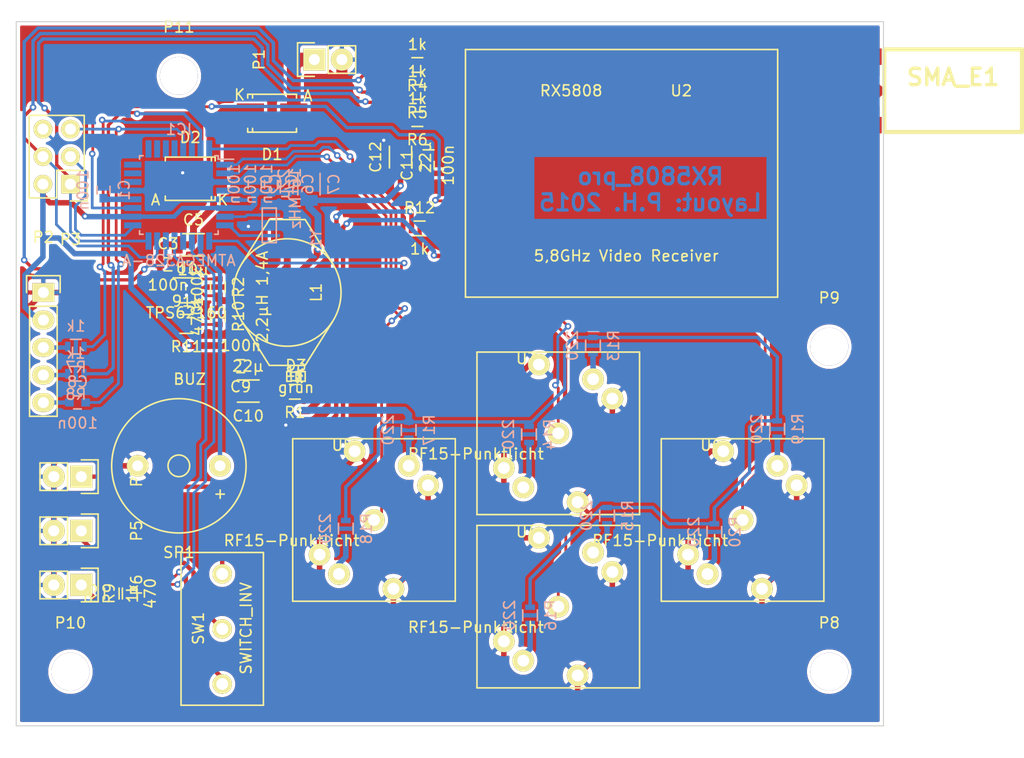
<source format=kicad_pcb>
(kicad_pcb (version 4) (host pcbnew "(2014-08-05 BZR 5054)-product")
  (layers (0 F.Cu signal) (31 B.Cu signal) (34 B.Paste user) (35 F.Paste user) (36 B.SilkS user) (37 F.SilkS user) (38 B.Mask user) (39 F.Mask user) (44 Edge.Cuts user))
  (net 0 "")
  (net 1 "Net-(C1-Pad1)")
  (net 2 GND)
  (net 3 +5V)
  (net 4 +12V)
  (net 5 /reset)
  (net 6 /DTR)
  (net 7 "Net-(D1-Pad1)")
  (net 8 "Net-(D3-Pad2)")
  (net 9 /mode)
  (net 10 /down)
  (net 11 "Net-(IC1-Pad7)")
  (net 12 "Net-(IC1-Pad8)")
  (net 13 /save)
  (net 14 /buzzer)
  (net 15 "Net-(IC1-Pad11)")
  (net 16 "Net-(IC1-Pad13)")
  (net 17 "Net-(IC1-Pad14)")
  (net 18 /mosi)
  (net 19 /miso)
  (net 20 /sck)
  (net 21 /rssi)
  (net 22 "Net-(IC1-Pad30)")
  (net 23 "Net-(IC1-Pad31)")
  (net 24 /up)
  (net 25 "Net-(L1-Pad1)")
  (net 26 /rxd)
  (net 27 /txd)
  (net 28 "Net-(P5-Pad1)")
  (net 29 /VideoOut)
  (net 30 "Net-(P7-Pad1)")
  (net 31 "Net-(R2-Pad1)")
  (net 32 /Funk_data)
  (net 33 /Funk_ss)
  (net 34 /Funk_clk)
  (net 35 "Net-(R10-Pad2)")
  (net 36 "Net-(R12-Pad2)")
  (net 37 "Net-(R13-Pad1)")
  (net 38 "Net-(R14-Pad1)")
  (net 39 "Net-(R15-Pad1)")
  (net 40 "Net-(R16-Pad1)")
  (net 41 "Net-(R17-Pad1)")
  (net 42 "Net-(R18-Pad1)")
  (net 43 "Net-(R19-Pad1)")
  (net 44 "Net-(R20-Pad1)")
  (net 45 "Net-(SW1-Pad1)")
  (net 46 "Net-(SMA_E1-Pad1)")
  (module Capacitors_SMD:C_0603 (layer B.Cu) (at 92.05 82.55 90)
    (fp_text reference C1 (at 0 1.9 90) (layer B.SilkS) (effects (justify mirror)))
    (fp_text value 100n (at 0 -1.9 90) (layer B.SilkS) (effects (justify mirror)))
    (pad 1 smd rect (at -0.75 0 90) (size 0.8 0.75) (layers B.Cu B.Paste B.Mask) (net 1 "Net-(C1-Pad1)"))
    (pad 2 smd rect (at 0.75 0 90) (size 0.8 0.75) (layers B.Cu B.Paste B.Mask) (net 2 GND))
  )
  (module Capacitors_SMD:C_0603 (layer B.Cu) (at 106 82 90)
    (fp_text reference C2 (at 0 1.9 90) (layer B.SilkS) (effects (justify mirror)))
    (fp_text value 100n (at 0 -1.9 90) (layer B.SilkS) (effects (justify mirror)))
    (pad 1 smd rect (at -0.75 0 90) (size 0.8 0.75) (layers B.Cu B.Paste B.Mask) (net 3 +5V))
    (pad 2 smd rect (at 0.75 0 90) (size 0.8 0.75) (layers B.Cu B.Paste B.Mask) (net 2 GND))
  )
  (module Capacitors_SMD:C_0603 (layer F.Cu) (at 98 89.4)
    (fp_text reference C3 (at 0 -1.9) (layer F.SilkS))
    (fp_text value 100n (at 0 1.9) (layer F.SilkS))
    (pad 1 smd rect (at -0.75 0) (size 0.8 0.75) (layers F.Cu F.Paste F.Mask) (net 4 +12V))
    (pad 2 smd rect (at 0.75 0) (size 0.8 0.75) (layers F.Cu F.Paste F.Mask) (net 2 GND))
  )
  (module Capacitors_SMD:C_0603 (layer B.Cu) (at 107.5 82 90)
    (fp_text reference C4 (at 0 1.9 90) (layer B.SilkS) (effects (justify mirror)))
    (fp_text value 100n (at 0 -1.9 90) (layer B.SilkS) (effects (justify mirror)))
    (pad 1 smd rect (at -0.75 0 90) (size 0.8 0.75) (layers B.Cu B.Paste B.Mask) (net 3 +5V))
    (pad 2 smd rect (at 0.75 0 90) (size 0.8 0.75) (layers B.Cu B.Paste B.Mask) (net 2 GND))
  )
  (module Capacitors_SMD:C_1206 (layer F.Cu) (at 100.35 87.6)
    (fp_text reference C5 (at 0 -2.3) (layer F.SilkS))
    (fp_text value 10µ (at 0 2.3) (layer F.SilkS))
    (pad 1 smd rect (at -1.5 0) (size 1 1.6) (layers F.Cu F.Paste F.Mask) (net 4 +12V))
    (pad 2 smd rect (at 1.5 0) (size 1 1.6) (layers F.Cu F.Paste F.Mask) (net 2 GND))
  )
  (module Capacitors_SMD:C_0603 (layer B.Cu) (at 109 82 90)
    (fp_text reference C6 (at 0 1.9 90) (layer B.SilkS) (effects (justify mirror)))
    (fp_text value 100n (at 0 -1.9 90) (layer B.SilkS) (effects (justify mirror)))
    (pad 1 smd rect (at -0.75 0 90) (size 0.8 0.75) (layers B.Cu B.Paste B.Mask) (net 3 +5V))
    (pad 2 smd rect (at 0.75 0 90) (size 0.8 0.75) (layers B.Cu B.Paste B.Mask) (net 2 GND))
  )
  (module Capacitors_SMD:C_1206 (layer B.Cu) (at 111 82 90)
    (fp_text reference C7 (at 0 2.3 90) (layer B.SilkS) (effects (justify mirror)))
    (fp_text value 22µ (at 0 -2.3 90) (layer B.SilkS) (effects (justify mirror)))
    (pad 1 smd rect (at -1.5 0 90) (size 1 1.6) (layers B.Cu B.Paste B.Mask) (net 3 +5V))
    (pad 2 smd rect (at 1.5 0 90) (size 1 1.6) (layers B.Cu B.Paste B.Mask) (net 2 GND))
  )
  (module Capacitors_SMD:C_0603 (layer B.Cu) (at 89.65 102.15 180)
    (fp_text reference C8 (at 0 1.9 180) (layer B.SilkS) (effects (justify mirror)))
    (fp_text value 100n (at 0 -1.9 180) (layer B.SilkS) (effects (justify mirror)))
    (pad 1 smd rect (at -0.75 0 180) (size 0.8 0.75) (layers B.Cu B.Paste B.Mask) (net 5 /reset))
    (pad 2 smd rect (at 0.75 0 180) (size 0.8 0.75) (layers B.Cu B.Paste B.Mask) (net 6 /DTR))
  )
  (module Capacitors_SMD:C_0603 (layer F.Cu) (at 104.7 98.8 180)
    (fp_text reference C9 (at 0 -1.9 180) (layer F.SilkS))
    (fp_text value 100n (at 0 1.9 180) (layer F.SilkS))
    (pad 1 smd rect (at -0.75 0 180) (size 0.8 0.75) (layers F.Cu F.Paste F.Mask) (net 3 +5V))
    (pad 2 smd rect (at 0.75 0 180) (size 0.8 0.75) (layers F.Cu F.Paste F.Mask) (net 2 GND))
  )
  (module Capacitors_SMD:C_1206 (layer F.Cu) (at 105.4 101.1 180)
    (fp_text reference C10 (at 0 -2.3 180) (layer F.SilkS))
    (fp_text value 22µ (at 0 2.3 180) (layer F.SilkS))
    (pad 1 smd rect (at -1.5 0 180) (size 1 1.6) (layers F.Cu F.Paste F.Mask) (net 3 +5V))
    (pad 2 smd rect (at 1.5 0 180) (size 1 1.6) (layers F.Cu F.Paste F.Mask) (net 2 GND))
  )
  (module Capacitors_SMD:C_0603 (layer F.Cu) (at 121.95 80.25 90)
    (fp_text reference C11 (at 0 -1.9 90) (layer F.SilkS))
    (fp_text value 100n (at 0 1.9 90) (layer F.SilkS))
    (pad 1 smd rect (at -0.75 0 90) (size 0.8 0.75) (layers F.Cu F.Paste F.Mask) (net 3 +5V))
    (pad 2 smd rect (at 0.75 0 90) (size 0.8 0.75) (layers F.Cu F.Paste F.Mask) (net 2 GND))
  )
  (module Capacitors_SMD:C_1206 (layer F.Cu) (at 119.45 79.5 90)
    (fp_text reference C12 (at 0 -2.3 90) (layer F.SilkS))
    (fp_text value 22µ (at 0 2.3 90) (layer F.SilkS))
    (pad 1 smd rect (at -1.5 0 90) (size 1 1.6) (layers F.Cu F.Paste F.Mask) (net 3 +5V))
    (pad 2 smd rect (at 1.5 0 90) (size 1 1.6) (layers F.Cu F.Paste F.Mask) (net 2 GND))
  )
  (module Diodes_SMD:Diode-SMA_Standard (layer F.Cu) (at 107.6 75.45 180)
    (fp_text reference D1 (at 0 -3.81 180) (layer F.SilkS))
    (fp_text value SB130 hide)
    (fp_text user A (at -3.29946 1.6002 180) (layer F.SilkS))
    (fp_text user K (at 2.99974 1.69926 180) (layer F.SilkS))
    (pad 1 smd rect (at -1.99898 0 180) (size 2.49936 1.80086) (layers F.Cu F.Paste F.Mask) (net 7 "Net-(D1-Pad1)"))
    (pad 2 smd rect (at 1.99898 0 180) (size 2.49936 1.80086) (layers F.Cu F.Paste F.Mask) (net 4 +12V))
  )
  (module Diodes_SMD:Diode-SMB_Standard (layer F.Cu) (at 100.05 81.5)
    (fp_text reference D2 (at 0 -3.81) (layer F.SilkS))
    (fp_text value "TVS 18V" hide)
    (fp_text user A (at -3.2004 1.95072) (layer F.SilkS))
    (fp_text user K (at 2.99974 1.95072) (layer F.SilkS))
    (pad 1 smd rect (at -2.14884 0) (size 2.49936 2.30124) (layers F.Cu F.Paste F.Mask) (net 2 GND))
    (pad 2 smd rect (at 2.14884 0) (size 2.49936 2.30124) (layers F.Cu F.Paste F.Mask) (net 4 +12V))
  )
  (module LEDs:LED-0603 (layer F.Cu) (at 109.8042 99.7458)
    (fp_text reference D3 (at 0 -1.016) (layer F.SilkS))
    (fp_text value grün (at 0 1.016) (layer F.SilkS))
    (pad 1 smd rect (at -0.7493 0) (size 0.79756 0.79756) (layers F.Cu F.Paste F.Mask) (net 3 +5V))
    (pad 2 smd rect (at 0.7493 0) (size 0.79756 0.79756) (layers F.Cu F.Paste F.Mask) (net 8 "Net-(D3-Pad2)"))
  )
  (module Housings_QFP:TQFP-32_7x7mm_Pitch0.8mm (layer B.Cu) (at 99 83 180)
    (fp_text reference IC1 (at 0 6.05 180) (layer B.SilkS) (effects (justify mirror)))
    (fp_text value ATMEGA328-A (at 0 -6.05 180) (layer B.SilkS) (effects (justify mirror)))
    (pad 1 smd rect (at -4.25 2.8 180) (size 1.6 0.55) (layers B.Cu B.Paste B.Mask) (net 9 /mode))
    (pad 2 smd rect (at -4.25 2 180) (size 1.6 0.55) (layers B.Cu B.Paste B.Mask) (net 10 /down))
    (pad 3 smd rect (at -4.25 1.2 180) (size 1.6 0.55) (layers B.Cu B.Paste B.Mask) (net 2 GND))
    (pad 4 smd rect (at -4.25 0.4 180) (size 1.6 0.55) (layers B.Cu B.Paste B.Mask) (net 3 +5V))
    (pad 5 smd rect (at -4.25 -0.4 180) (size 1.6 0.55) (layers B.Cu B.Paste B.Mask) (net 2 GND))
    (pad 6 smd rect (at -4.25 -1.2 180) (size 1.6 0.55) (layers B.Cu B.Paste B.Mask) (net 3 +5V))
    (pad 7 smd rect (at -4.25 -2 180) (size 1.6 0.55) (layers B.Cu B.Paste B.Mask) (net 11 "Net-(IC1-Pad7)"))
    (pad 8 smd rect (at -4.25 -2.8 180) (size 1.6 0.55) (layers B.Cu B.Paste B.Mask) (net 12 "Net-(IC1-Pad8)"))
    (pad 9 smd rect (at -2.8 -4.25 90) (size 1.6 0.55) (layers B.Cu B.Paste B.Mask) (net 13 /save))
    (pad 10 smd rect (at -2 -4.25 90) (size 1.6 0.55) (layers B.Cu B.Paste B.Mask) (net 14 /buzzer))
    (pad 11 smd rect (at -1.2 -4.25 90) (size 1.6 0.55) (layers B.Cu B.Paste B.Mask) (net 15 "Net-(IC1-Pad11)"))
    (pad 12 smd rect (at -0.4 -4.25 90) (size 1.6 0.55) (layers B.Cu B.Paste B.Mask))
    (pad 13 smd rect (at 0.4 -4.25 90) (size 1.6 0.55) (layers B.Cu B.Paste B.Mask) (net 16 "Net-(IC1-Pad13)"))
    (pad 14 smd rect (at 1.2 -4.25 90) (size 1.6 0.55) (layers B.Cu B.Paste B.Mask) (net 17 "Net-(IC1-Pad14)"))
    (pad 15 smd rect (at 2 -4.25 90) (size 1.6 0.55) (layers B.Cu B.Paste B.Mask) (net 18 /mosi))
    (pad 16 smd rect (at 2.8 -4.25 90) (size 1.6 0.55) (layers B.Cu B.Paste B.Mask) (net 19 /miso))
    (pad 17 smd rect (at 4.25 -2.8 180) (size 1.6 0.55) (layers B.Cu B.Paste B.Mask) (net 20 /sck))
    (pad 18 smd rect (at 4.25 -2 180) (size 1.6 0.55) (layers B.Cu B.Paste B.Mask) (net 3 +5V))
    (pad 19 smd rect (at 4.25 -1.2 180) (size 1.6 0.55) (layers B.Cu B.Paste B.Mask) (net 21 /rssi))
    (pad 20 smd rect (at 4.25 -0.4 180) (size 1.6 0.55) (layers B.Cu B.Paste B.Mask) (net 1 "Net-(C1-Pad1)"))
    (pad 21 smd rect (at 4.25 0.4 180) (size 1.6 0.55) (layers B.Cu B.Paste B.Mask) (net 2 GND))
    (pad 22 smd rect (at 4.25 1.2 180) (size 1.6 0.55) (layers B.Cu B.Paste B.Mask))
    (pad 23 smd rect (at 4.25 2 180) (size 1.6 0.55) (layers B.Cu B.Paste B.Mask))
    (pad 24 smd rect (at 4.25 2.8 180) (size 1.6 0.55) (layers B.Cu B.Paste B.Mask))
    (pad 25 smd rect (at 2.8 4.25 90) (size 1.6 0.55) (layers B.Cu B.Paste B.Mask))
    (pad 26 smd rect (at 2 4.25 90) (size 1.6 0.55) (layers B.Cu B.Paste B.Mask))
    (pad 27 smd rect (at 1.2 4.25 90) (size 1.6 0.55) (layers B.Cu B.Paste B.Mask))
    (pad 28 smd rect (at 0.4 4.25 90) (size 1.6 0.55) (layers B.Cu B.Paste B.Mask))
    (pad 29 smd rect (at -0.4 4.25 90) (size 1.6 0.55) (layers B.Cu B.Paste B.Mask) (net 5 /reset))
    (pad 30 smd rect (at -1.2 4.25 90) (size 1.6 0.55) (layers B.Cu B.Paste B.Mask) (net 22 "Net-(IC1-Pad30)"))
    (pad 31 smd rect (at -2 4.25 90) (size 1.6 0.55) (layers B.Cu B.Paste B.Mask) (net 23 "Net-(IC1-Pad31)"))
    (pad 32 smd rect (at -2.8 4.25 90) (size 1.6 0.55) (layers B.Cu B.Paste B.Mask) (net 24 /up))
  )
  (module Inductors:self_cms_we-pd3 (layer F.Cu) (at 109 92 270)
    (fp_text reference L1 (at 0 -2.667 270) (layer F.SilkS))
    (fp_text value "2,2µH 1,4A" (at 0.39878 2.30124 270) (layer F.SilkS))
    (pad 1 smd rect (at -5.08 0 270) (size 2.99974 2.99974) (layers F.Cu F.Paste F.Mask) (net 25 "Net-(L1-Pad1)"))
    (pad 2 smd rect (at 5.08 0 270) (size 2.99974 2.99974) (layers F.Cu F.Paste F.Mask) (net 3 +5V))
  )
  (module Pin_Headers:Pin_Header_Straight_1x02 (layer F.Cu) (at 111.5 70.5 90)
    (fp_text reference P1 (at 0 -5.1 90) (layer F.SilkS))
    (fp_text value CONN_01X02 hide)
    (pad 1 thru_hole rect (at 0 0 90) (size 2.032 2.032) (drill 1.016) (layers *.Cu *.Mask F.SilkS) (net 7 "Net-(D1-Pad1)"))
    (pad 2 thru_hole oval (at 0 2.54 90) (size 2.032 2.032) (drill 1.016) (layers *.Cu *.Mask F.SilkS) (net 2 GND))
  )
  (module Pin_Headers:Pin_Header_Straight_1x05 (layer F.Cu) (at 86.5 92)
    (fp_text reference P2 (at 0 -5.1) (layer F.SilkS))
    (fp_text value CONN_01X05 hide)
    (pad 1 thru_hole rect (at 0 0) (size 2.032 1.7272) (drill 1.016) (layers *.Cu *.Mask F.SilkS) (net 2 GND))
    (pad 2 thru_hole oval (at 0 2.54) (size 2.032 1.7272) (drill 1.016) (layers *.Cu *.Mask F.SilkS) (net 3 +5V))
    (pad 3 thru_hole oval (at 0 5.08) (size 2.032 1.7272) (drill 1.016) (layers *.Cu *.Mask F.SilkS) (net 26 /rxd))
    (pad 4 thru_hole oval (at 0 7.62) (size 2.032 1.7272) (drill 1.016) (layers *.Cu *.Mask F.SilkS) (net 27 /txd))
    (pad 5 thru_hole oval (at 0 10.16) (size 2.032 1.7272) (drill 1.016) (layers *.Cu *.Mask F.SilkS) (net 6 /DTR))
  )
  (module Pin_Headers:Pin_Header_Straight_2x03 (layer F.Cu) (at 89 82 180)
    (fp_text reference P3 (at 0 -5.1 180) (layer F.SilkS))
    (fp_text value CONN_02X03 hide)
    (pad 1 thru_hole rect (at 0 0 180) (size 1.7272 1.7272) (drill 1.016) (layers *.Cu *.Mask F.SilkS) (net 19 /miso))
    (pad 2 thru_hole oval (at 2.54 0 180) (size 1.7272 1.7272) (drill 1.016) (layers *.Cu *.Mask F.SilkS) (net 3 +5V))
    (pad 3 thru_hole oval (at 0 2.54 180) (size 1.7272 1.7272) (drill 1.016) (layers *.Cu *.Mask F.SilkS) (net 20 /sck))
    (pad 4 thru_hole oval (at 2.54 2.54 180) (size 1.7272 1.7272) (drill 1.016) (layers *.Cu *.Mask F.SilkS) (net 18 /mosi))
    (pad 5 thru_hole oval (at 0 5.08 180) (size 1.7272 1.7272) (drill 1.016) (layers *.Cu *.Mask F.SilkS) (net 5 /reset))
    (pad 6 thru_hole oval (at 2.54 5.08 180) (size 1.7272 1.7272) (drill 1.016) (layers *.Cu *.Mask F.SilkS) (net 2 GND))
  )
  (module Pin_Headers:Pin_Header_Straight_1x02 (layer F.Cu) (at 90 114 270)
    (fp_text reference P5 (at 0 -5.1 270) (layer F.SilkS))
    (fp_text value BNC hide)
    (pad 1 thru_hole rect (at 0 0 270) (size 2.032 2.032) (drill 1.016) (layers *.Cu *.Mask F.SilkS) (net 28 "Net-(P5-Pad1)"))
    (pad 2 thru_hole oval (at 0 2.54 270) (size 2.032 2.032) (drill 1.016) (layers *.Cu *.Mask F.SilkS) (net 2 GND))
  )
  (module Pin_Headers:Pin_Header_Straight_1x02 (layer F.Cu) (at 90 119 270)
    (fp_text reference P6 (at 0 -5.1 270) (layer F.SilkS))
    (fp_text value BNC hide)
    (pad 1 thru_hole rect (at 0 0 270) (size 2.032 2.032) (drill 1.016) (layers *.Cu *.Mask F.SilkS) (net 29 /VideoOut))
    (pad 2 thru_hole oval (at 0 2.54 270) (size 2.032 2.032) (drill 1.016) (layers *.Cu *.Mask F.SilkS) (net 2 GND))
  )
  (module Pin_Headers:Pin_Header_Straight_1x02 (layer F.Cu) (at 90 109 270)
    (fp_text reference P7 (at 0 -5.1 270) (layer F.SilkS))
    (fp_text value CONN_01X02 hide)
    (pad 1 thru_hole rect (at 0 0 270) (size 2.032 2.032) (drill 1.016) (layers *.Cu *.Mask F.SilkS) (net 30 "Net-(P7-Pad1)"))
    (pad 2 thru_hole oval (at 0 2.54 270) (size 2.032 2.032) (drill 1.016) (layers *.Cu *.Mask F.SilkS) (net 2 GND))
  )
  (module Resistors_SMD:R_0603 (layer F.Cu) (at 109.7026 101.1682 180)
    (fp_text reference R1 (at 0 -1.9 180) (layer F.SilkS))
    (fp_text value 1k (at 0 1.9 180) (layer F.SilkS))
    (pad 1 smd rect (at -0.75 0 180) (size 0.5 0.9) (layers F.Cu F.Paste F.Mask) (net 8 "Net-(D3-Pad2)"))
    (pad 2 smd rect (at 0.75 0 180) (size 0.5 0.9) (layers F.Cu F.Paste F.Mask) (net 2 GND))
  )
  (module Resistors_SMD:R_0603 (layer F.Cu) (at 102.6 91.5 270)
    (fp_text reference R2 (at 0 -1.9 270) (layer F.SilkS))
    (fp_text value 100k (at 0 1.9 270) (layer F.SilkS))
    (pad 1 smd rect (at -0.75 0 270) (size 0.5 0.9) (layers F.Cu F.Paste F.Mask) (net 31 "Net-(R2-Pad1)"))
    (pad 2 smd rect (at 0.75 0 270) (size 0.5 0.9) (layers F.Cu F.Paste F.Mask) (net 3 +5V))
  )
  (module Resistors_SMD:R_0603 (layer F.Cu) (at 92.8116 119.7864 90)
    (fp_text reference R3 (at 0 -1.9 90) (layer F.SilkS))
    (fp_text value 1k (at 0 1.9 90) (layer F.SilkS))
    (pad 1 smd rect (at -0.75 0 90) (size 0.5 0.9) (layers F.Cu F.Paste F.Mask) (net 29 /VideoOut))
    (pad 2 smd rect (at 0.75 0 90) (size 0.5 0.9) (layers F.Cu F.Paste F.Mask) (net 16 "Net-(IC1-Pad13)"))
  )
  (module Resistors_SMD:R_0603 (layer F.Cu) (at 121 71 180)
    (fp_text reference R4 (at 0 -1.9 180) (layer F.SilkS))
    (fp_text value 1k (at 0 1.9 180) (layer F.SilkS))
    (pad 1 smd rect (at -0.75 0 180) (size 0.5 0.9) (layers F.Cu F.Paste F.Mask) (net 32 /Funk_data))
    (pad 2 smd rect (at 0.75 0 180) (size 0.5 0.9) (layers F.Cu F.Paste F.Mask) (net 17 "Net-(IC1-Pad14)"))
  )
  (module Resistors_SMD:R_0603 (layer F.Cu) (at 121 73.5 180)
    (fp_text reference R5 (at 0 -1.9 180) (layer F.SilkS))
    (fp_text value 1k (at 0 1.9 180) (layer F.SilkS))
    (pad 1 smd rect (at -0.75 0 180) (size 0.5 0.9) (layers F.Cu F.Paste F.Mask) (net 33 /Funk_ss))
    (pad 2 smd rect (at 0.75 0 180) (size 0.5 0.9) (layers F.Cu F.Paste F.Mask) (net 18 /mosi))
  )
  (module Resistors_SMD:R_0603 (layer F.Cu) (at 121 76 180)
    (fp_text reference R6 (at 0 -1.9 180) (layer F.SilkS))
    (fp_text value 1k (at 0 1.9 180) (layer F.SilkS))
    (pad 1 smd rect (at -0.75 0 180) (size 0.5 0.9) (layers F.Cu F.Paste F.Mask) (net 34 /Funk_clk))
    (pad 2 smd rect (at 0.75 0 180) (size 0.5 0.9) (layers F.Cu F.Paste F.Mask) (net 19 /miso))
  )
  (module Resistors_SMD:R_0603 (layer B.Cu) (at 89.5 97)
    (fp_text reference R7 (at 0 1.9) (layer B.SilkS) (effects (justify mirror)))
    (fp_text value 1k (at 0 -1.9) (layer B.SilkS) (effects (justify mirror)))
    (pad 1 smd rect (at -0.75 0) (size 0.5 0.9) (layers B.Cu B.Paste B.Mask) (net 26 /rxd))
    (pad 2 smd rect (at 0.75 0) (size 0.5 0.9) (layers B.Cu B.Paste B.Mask) (net 22 "Net-(IC1-Pad30)"))
  )
  (module Resistors_SMD:R_0603 (layer B.Cu) (at 89.5 99.5)
    (fp_text reference R8 (at 0 1.9) (layer B.SilkS) (effects (justify mirror)))
    (fp_text value 1k (at 0 -1.9) (layer B.SilkS) (effects (justify mirror)))
    (pad 1 smd rect (at -0.75 0) (size 0.5 0.9) (layers B.Cu B.Paste B.Mask) (net 27 /txd))
    (pad 2 smd rect (at 0.75 0) (size 0.5 0.9) (layers B.Cu B.Paste B.Mask) (net 23 "Net-(IC1-Pad31)"))
  )
  (module Resistors_SMD:R_0603 (layer F.Cu) (at 94.4626 119.7864 90)
    (fp_text reference R9 (at 0 -1.9 90) (layer F.SilkS))
    (fp_text value 470 (at 0 1.9 90) (layer F.SilkS))
    (pad 1 smd rect (at -0.75 0 90) (size 0.5 0.9) (layers F.Cu F.Paste F.Mask) (net 29 /VideoOut))
    (pad 2 smd rect (at 0.75 0 90) (size 0.5 0.9) (layers F.Cu F.Paste F.Mask) (net 15 "Net-(IC1-Pad11)"))
  )
  (module Resistors_SMD:R_0603 (layer F.Cu) (at 102.6 94.2 270)
    (fp_text reference R10 (at 0 -1.9 270) (layer F.SilkS))
    (fp_text value 470k (at 0 1.9 270) (layer F.SilkS))
    (pad 1 smd rect (at -0.75 0 270) (size 0.5 0.9) (layers F.Cu F.Paste F.Mask) (net 3 +5V))
    (pad 2 smd rect (at 0.75 0 270) (size 0.5 0.9) (layers F.Cu F.Paste F.Mask) (net 35 "Net-(R10-Pad2)"))
  )
  (module Resistors_SMD:R_0805 (layer F.Cu) (at 99.7 94.9 180)
    (fp_text reference R11 (at 0 -2.1 180) (layer F.SilkS))
    (fp_text value 91k (at 0 2.1 180) (layer F.SilkS))
    (pad 1 smd rect (at -0.95 0 180) (size 0.7 1.3) (layers F.Cu F.Paste F.Mask) (net 35 "Net-(R10-Pad2)"))
    (pad 2 smd rect (at 0.95 0 180) (size 0.7 1.3) (layers F.Cu F.Paste F.Mask) (net 2 GND))
  )
  (module Resistors_SMD:R_0603 (layer F.Cu) (at 121.2088 86.0806)
    (fp_text reference R12 (at 0 -1.9) (layer F.SilkS))
    (fp_text value 1k (at 0 1.9) (layer F.SilkS))
    (pad 1 smd rect (at -0.75 0) (size 0.5 0.9) (layers F.Cu F.Paste F.Mask) (net 30 "Net-(P7-Pad1)"))
    (pad 2 smd rect (at 0.75 0) (size 0.5 0.9) (layers F.Cu F.Paste F.Mask) (net 36 "Net-(R12-Pad2)"))
  )
  (module Resistors_SMD:R_0603 (layer B.Cu) (at 137.2 96.9 90)
    (fp_text reference R13 (at 0 1.9 90) (layer B.SilkS) (effects (justify mirror)))
    (fp_text value 220 (at 0 -1.9 90) (layer B.SilkS) (effects (justify mirror)))
    (pad 1 smd rect (at -0.75 0 90) (size 0.5 0.9) (layers B.Cu B.Paste B.Mask) (net 37 "Net-(R13-Pad1)"))
    (pad 2 smd rect (at 0.75 0 90) (size 0.5 0.9) (layers B.Cu B.Paste B.Mask) (net 3 +5V))
  )
  (module Resistors_SMD:R_0603 (layer B.Cu) (at 131.3 105.1 90)
    (fp_text reference R14 (at 0 1.9 90) (layer B.SilkS) (effects (justify mirror)))
    (fp_text value 220 (at 0 -1.9 90) (layer B.SilkS) (effects (justify mirror)))
    (pad 1 smd rect (at -0.75 0 90) (size 0.5 0.9) (layers B.Cu B.Paste B.Mask) (net 38 "Net-(R14-Pad1)"))
    (pad 2 smd rect (at 0.75 0 90) (size 0.5 0.9) (layers B.Cu B.Paste B.Mask) (net 3 +5V))
  )
  (module Resistors_SMD:R_0603 (layer B.Cu) (at 138.5 112.6 90)
    (fp_text reference R15 (at 0 1.9 90) (layer B.SilkS) (effects (justify mirror)))
    (fp_text value 220 (at 0 -1.9 90) (layer B.SilkS) (effects (justify mirror)))
    (pad 1 smd rect (at -0.75 0 90) (size 0.5 0.9) (layers B.Cu B.Paste B.Mask) (net 39 "Net-(R15-Pad1)"))
    (pad 2 smd rect (at 0.75 0 90) (size 0.5 0.9) (layers B.Cu B.Paste B.Mask) (net 3 +5V))
  )
  (module Resistors_SMD:R_0603 (layer B.Cu) (at 131.4 121.8 90)
    (fp_text reference R16 (at 0 1.9 90) (layer B.SilkS) (effects (justify mirror)))
    (fp_text value 220 (at 0 -1.9 90) (layer B.SilkS) (effects (justify mirror)))
    (pad 1 smd rect (at -0.75 0 90) (size 0.5 0.9) (layers B.Cu B.Paste B.Mask) (net 40 "Net-(R16-Pad1)"))
    (pad 2 smd rect (at 0.75 0 90) (size 0.5 0.9) (layers B.Cu B.Paste B.Mask) (net 3 +5V))
  )
  (module Resistors_SMD:R_0603 (layer B.Cu) (at 120.2 104.7 90)
    (fp_text reference R17 (at 0 1.9 90) (layer B.SilkS) (effects (justify mirror)))
    (fp_text value 220 (at 0 -1.9 90) (layer B.SilkS) (effects (justify mirror)))
    (pad 1 smd rect (at -0.75 0 90) (size 0.5 0.9) (layers B.Cu B.Paste B.Mask) (net 41 "Net-(R17-Pad1)"))
    (pad 2 smd rect (at 0.75 0 90) (size 0.5 0.9) (layers B.Cu B.Paste B.Mask) (net 3 +5V))
  )
  (module Resistors_SMD:R_0603 (layer B.Cu) (at 114.4 113.8 90)
    (fp_text reference R18 (at 0 1.9 90) (layer B.SilkS) (effects (justify mirror)))
    (fp_text value 220 (at 0 -1.9 90) (layer B.SilkS) (effects (justify mirror)))
    (pad 1 smd rect (at -0.75 0 90) (size 0.5 0.9) (layers B.Cu B.Paste B.Mask) (net 42 "Net-(R18-Pad1)"))
    (pad 2 smd rect (at 0.75 0 90) (size 0.5 0.9) (layers B.Cu B.Paste B.Mask) (net 3 +5V))
  )
  (module Resistors_SMD:R_0603 (layer B.Cu) (at 154.2 104.6 90)
    (fp_text reference R19 (at 0 1.9 90) (layer B.SilkS) (effects (justify mirror)))
    (fp_text value 220 (at 0 -1.9 90) (layer B.SilkS) (effects (justify mirror)))
    (pad 1 smd rect (at -0.75 0 90) (size 0.5 0.9) (layers B.Cu B.Paste B.Mask) (net 43 "Net-(R19-Pad1)"))
    (pad 2 smd rect (at 0.75 0 90) (size 0.5 0.9) (layers B.Cu B.Paste B.Mask) (net 3 +5V))
  )
  (module Resistors_SMD:R_0603 (layer B.Cu) (at 148.4 114.1 90)
    (fp_text reference R20 (at 0 1.9 90) (layer B.SilkS) (effects (justify mirror)))
    (fp_text value 220 (at 0 -1.9 90) (layer B.SilkS) (effects (justify mirror)))
    (pad 1 smd rect (at -0.75 0 90) (size 0.5 0.9) (layers B.Cu B.Paste B.Mask) (net 44 "Net-(R20-Pad1)"))
    (pad 2 smd rect (at 0.75 0 90) (size 0.5 0.9) (layers B.Cu B.Paste B.Mask) (net 3 +5V))
  )
  (module Buzzers_Beepers:Buzzer_12x9.5RM7.6 (layer F.Cu) (at 99 108 180)
    (fp_text reference SP1 (at 0 -8.001 180) (layer F.SilkS))
    (fp_text value BUZ (at -1.00076 8.001 180) (layer F.SilkS))
    (fp_text user + (at -3.81 -2.54 180) (layer F.SilkS))
    (pad 1 thru_hole circle (at -3.79984 0 180) (size 2 2) (drill 1.00076) (layers *.Cu *.Mask F.SilkS) (net 14 /buzzer))
    (pad 2 thru_hole circle (at 3.79984 0 180) (size 2 2) (drill 1.00076) (layers *.Cu *.Mask F.SilkS) (net 2 GND))
  )
  (module Apem:2543xN (layer F.Cu) (at 103 123 180)
    (fp_text reference SW1 (at 2.2 0 270) (layer F.SilkS))
    (fp_text value SWITCH_INV (at -2.2 0 270) (layer F.SilkS))
    (pad 1 thru_hole circle (at 0 5.02 180) (size 1.8 1.8) (drill 1.1) (layers *.Cu *.Mask F.SilkS) (net 45 "Net-(SW1-Pad1)"))
    (pad 2 thru_hole circle (at 0 -0.06 180) (size 1.8 1.8) (drill 1.1) (layers *.Cu *.Mask F.SilkS) (net 28 "Net-(P5-Pad1)"))
    (pad 3 thru_hole circle (at 0 -5.14 180) (size 1.8 1.8) (drill 1.1) (layers *.Cu *.Mask F.SilkS) (net 29 /VideoOut))
  )
  (module Housings_DFN_QFN:DFN-8-1EP_2x2mm_Pitch0.5mm (layer F.Cu) (at 99.7 91.8)
    (fp_text reference U1 (at 0 -2.075) (layer F.SilkS))
    (fp_text value TPS62160 (at 0 2.075) (layer F.SilkS))
    (pad 1 smd rect (at -0.9 -0.75) (size 0.5 0.3) (layers F.Cu F.Paste F.Mask) (net 2 GND))
    (pad 2 smd rect (at -0.9 -0.25) (size 0.5 0.3) (layers F.Cu F.Paste F.Mask) (net 4 +12V))
    (pad 3 smd rect (at -0.9 0.25) (size 0.5 0.3) (layers F.Cu F.Paste F.Mask) (net 4 +12V))
    (pad 4 smd rect (at -0.9 0.75) (size 0.5 0.3) (layers F.Cu F.Paste F.Mask) (net 2 GND))
    (pad 5 smd rect (at 0.9 0.75) (size 0.5 0.3) (layers F.Cu F.Paste F.Mask) (net 35 "Net-(R10-Pad2)"))
    (pad 6 smd rect (at 0.9 0.25) (size 0.5 0.3) (layers F.Cu F.Paste F.Mask) (net 3 +5V))
    (pad 7 smd rect (at 0.9 -0.25) (size 0.5 0.3) (layers F.Cu F.Paste F.Mask) (net 25 "Net-(L1-Pad1)"))
    (pad 8 smd rect (at 0.9 -0.75) (size 0.5 0.3) (layers F.Cu F.Paste F.Mask) (net 31 "Net-(R2-Pad1)"))
    (pad EP smd rect (at 0 0.44) (size 0.8 0.88) (layers F.Cu F.Paste F.Mask) (net 2 GND))
    (pad EP smd rect (at 0 -0.44) (size 0.8 0.88) (layers F.Cu F.Paste F.Mask) (net 2 GND))
  )
  (module Foxtech:RX5808 (layer F.Cu) (at 139 81 180)
    (fp_text reference U2 (at -6.35 7.62 180) (layer F.SilkS))
    (fp_text value RX5808 (at 3.81 7.62 180) (layer F.SilkS))
    (fp_text user "5,8GHz Video Receiver" (at -1.27 -7.62 180) (layer F.SilkS))
    (pad 1 smd oval (at -15.24 5.08 180) (size 3.5 1.6) (layers F.Cu F.Paste F.Mask) (net 2 GND))
    (pad 2 smd oval (at -15.24 7.62 180) (size 3.5 1.6) (layers F.Cu F.Paste F.Mask) (net 46 "Net-(SMA_E1-Pad1)"))
    (pad 3 smd oval (at -15.24 10.16 180) (size 3.5 1.6) (layers F.Cu F.Paste F.Mask) (net 2 GND))
    (pad 4 smd oval (at 13.56 10.16 180) (size 3.5 1.6) (layers F.Cu F.Paste F.Mask) (net 32 /Funk_data))
    (pad 5 smd oval (at 13.56 7.62 180) (size 3.5 1.6) (layers F.Cu F.Paste F.Mask) (net 33 /Funk_ss))
    (pad 6 smd oval (at 13.56 5.08 180) (size 3.5 1.6) (layers F.Cu F.Paste F.Mask) (net 34 /Funk_clk))
    (pad 7 smd oval (at 13.56 2.54 180) (size 3.5 1.6) (layers F.Cu F.Paste F.Mask) (net 2 GND))
    (pad 8 smd oval (at 13.56 0 180) (size 3.5 1.6) (layers F.Cu F.Paste F.Mask) (net 3 +5V))
    (pad 9 smd oval (at 13.56 -2.54 180) (size 3.5 1.6) (layers F.Cu F.Paste F.Mask) (net 21 /rssi))
    (pad 10 smd oval (at 13.56 -5.08 180) (size 3.5 1.6) (layers F.Cu F.Paste F.Mask) (net 36 "Net-(R12-Pad2)"))
    (pad 11 smd oval (at 13.56 -7.62 180) (size 3.5 1.6) (layers F.Cu F.Paste F.Mask) (net 45 "Net-(SW1-Pad1)"))
    (pad 12 smd oval (at 13.56 -10.16 180) (size 3.5 1.6) (layers F.Cu F.Paste F.Mask) (net 2 GND))
  )
  (module Rafi:RF15-Punktlicht (layer F.Cu) (at 134 105)
    (fp_text reference U3 (at -2.9 -6.9) (layer F.SilkS))
    (fp_text value RF15-Punktlicht (at -7.6 1.9) (layer F.SilkS))
    (pad 1 thru_hole circle (at 0 0) (size 2 2) (drill 1.1) (layers *.Cu *.Mask F.SilkS) (net 24 /up))
    (pad 2 thru_hole circle (at 1.79 6.35) (size 2 2) (drill 1.1) (layers *.Cu *.Mask F.SilkS) (net 2 GND))
    (pad 2 thru_hole circle (at -1.79 -6.35) (size 2 2) (drill 1.1) (layers *.Cu *.Mask F.SilkS) (net 2 GND))
    (pad 3 thru_hole circle (at 3.21 -5) (size 2 2) (drill 1.1) (layers *.Cu *.Mask F.SilkS) (net 37 "Net-(R13-Pad1)"))
    (pad 4 thru_hole circle (at 4.99 -3.2) (size 2 2) (drill 1.1) (layers *.Cu *.Mask F.SilkS) (net 2 GND))
    (pad 6 thru_hole circle (at -5.02 3.2) (size 2 2) (drill 1.1) (layers *.Cu *.Mask F.SilkS) (net 2 GND))
    (pad 5 thru_hole circle (at -3.23 4.99) (size 2 2) (drill 1.1) (layers *.Cu *.Mask F.SilkS) (net 38 "Net-(R14-Pad1)"))
  )
  (module Rafi:RF15-Punktlicht (layer F.Cu) (at 134 121)
    (fp_text reference U4 (at -2.9 -6.9) (layer F.SilkS))
    (fp_text value RF15-Punktlicht (at -7.6 1.9) (layer F.SilkS))
    (pad 1 thru_hole circle (at 0 0) (size 2 2) (drill 1.1) (layers *.Cu *.Mask F.SilkS) (net 10 /down))
    (pad 2 thru_hole circle (at 1.79 6.35) (size 2 2) (drill 1.1) (layers *.Cu *.Mask F.SilkS) (net 2 GND))
    (pad 2 thru_hole circle (at -1.79 -6.35) (size 2 2) (drill 1.1) (layers *.Cu *.Mask F.SilkS) (net 2 GND))
    (pad 3 thru_hole circle (at 3.21 -5) (size 2 2) (drill 1.1) (layers *.Cu *.Mask F.SilkS) (net 39 "Net-(R15-Pad1)"))
    (pad 4 thru_hole circle (at 4.99 -3.2) (size 2 2) (drill 1.1) (layers *.Cu *.Mask F.SilkS) (net 2 GND))
    (pad 6 thru_hole circle (at -5.02 3.2) (size 2 2) (drill 1.1) (layers *.Cu *.Mask F.SilkS) (net 2 GND))
    (pad 5 thru_hole circle (at -3.23 4.99) (size 2 2) (drill 1.1) (layers *.Cu *.Mask F.SilkS) (net 40 "Net-(R16-Pad1)"))
  )
  (module Rafi:RF15-Punktlicht (layer F.Cu) (at 117 113)
    (fp_text reference U5 (at -2.9 -6.9) (layer F.SilkS))
    (fp_text value RF15-Punktlicht (at -7.6 1.9) (layer F.SilkS))
    (pad 1 thru_hole circle (at 0 0) (size 2 2) (drill 1.1) (layers *.Cu *.Mask F.SilkS) (net 9 /mode))
    (pad 2 thru_hole circle (at 1.79 6.35) (size 2 2) (drill 1.1) (layers *.Cu *.Mask F.SilkS) (net 2 GND))
    (pad 2 thru_hole circle (at -1.79 -6.35) (size 2 2) (drill 1.1) (layers *.Cu *.Mask F.SilkS) (net 2 GND))
    (pad 3 thru_hole circle (at 3.21 -5) (size 2 2) (drill 1.1) (layers *.Cu *.Mask F.SilkS) (net 41 "Net-(R17-Pad1)"))
    (pad 4 thru_hole circle (at 4.99 -3.2) (size 2 2) (drill 1.1) (layers *.Cu *.Mask F.SilkS) (net 2 GND))
    (pad 6 thru_hole circle (at -5.02 3.2) (size 2 2) (drill 1.1) (layers *.Cu *.Mask F.SilkS) (net 2 GND))
    (pad 5 thru_hole circle (at -3.23 4.99) (size 2 2) (drill 1.1) (layers *.Cu *.Mask F.SilkS) (net 42 "Net-(R18-Pad1)"))
  )
  (module Rafi:RF15-Punktlicht (layer F.Cu) (at 151 113)
    (fp_text reference U6 (at -2.9 -6.9) (layer F.SilkS))
    (fp_text value RF15-Punktlicht (at -7.6 1.9) (layer F.SilkS))
    (pad 1 thru_hole circle (at 0 0) (size 2 2) (drill 1.1) (layers *.Cu *.Mask F.SilkS) (net 13 /save))
    (pad 2 thru_hole circle (at 1.79 6.35) (size 2 2) (drill 1.1) (layers *.Cu *.Mask F.SilkS) (net 2 GND))
    (pad 2 thru_hole circle (at -1.79 -6.35) (size 2 2) (drill 1.1) (layers *.Cu *.Mask F.SilkS) (net 2 GND))
    (pad 3 thru_hole circle (at 3.21 -5) (size 2 2) (drill 1.1) (layers *.Cu *.Mask F.SilkS) (net 43 "Net-(R19-Pad1)"))
    (pad 4 thru_hole circle (at 4.99 -3.2) (size 2 2) (drill 1.1) (layers *.Cu *.Mask F.SilkS) (net 2 GND))
    (pad 6 thru_hole circle (at -5.02 3.2) (size 2 2) (drill 1.1) (layers *.Cu *.Mask F.SilkS) (net 2 GND))
    (pad 5 thru_hole circle (at -3.23 4.99) (size 2 2) (drill 1.1) (layers *.Cu *.Mask F.SilkS) (net 44 "Net-(R20-Pad1)"))
  )
  (module CSTCE16:CerOsc_3,2x1,3 (layer B.Cu) (at 107.3404 85.8012 90)
    (fp_text reference Y1 (at -1.25 4.3 90) (layer B.SilkS) (effects (justify mirror)))
    (fp_text value "16 MHz" (at 2.5 2.4 90) (layer B.SilkS) (effects (justify mirror)))
    (pad 1 smd rect (at -0.95 0 90) (size 0.3 2) (layers B.Cu B.Paste B.Mask) (net 12 "Net-(IC1-Pad8)"))
    (pad 2 smd rect (at 0 0 90) (size 0.3 2) (layers B.Cu B.Paste B.Mask) (net 2 GND))
    (pad 3 smd rect (at 0.95 0 90) (size 0.3 2) (layers B.Cu B.Paste B.Mask) (net 11 "Net-(IC1-Pad7)"))
  )
  (module Mounting_Holes:MountingHole_3-5mm (layer F.Cu) (at 159 127)
    (fp_text reference P8 (at 0 -4.50088) (layer F.SilkS))
    (fp_text value CONN_01X01 hide)
    (pad 1 thru_hole circle (at 0 0) (size 3.50012 3.50012) (drill 3.50012) (layers))
  )
  (module Mounting_Holes:MountingHole_3-5mm (layer F.Cu) (at 159 97)
    (fp_text reference P9 (at 0 -4.50088) (layer F.SilkS))
    (fp_text value CONN_01X01 hide)
    (pad 1 thru_hole circle (at 0 0) (size 3.50012 3.50012) (drill 3.50012) (layers))
  )
  (module Mounting_Holes:MountingHole_3-5mm (layer F.Cu) (at 89 127)
    (fp_text reference P10 (at 0 -4.50088) (layer F.SilkS))
    (fp_text value CONN_01X01 hide)
    (pad 1 thru_hole circle (at 0 0) (size 3.50012 3.50012) (drill 3.50012) (layers))
  )
  (module Mounting_Holes:MountingHole_3-5mm (layer F.Cu) (at 99 72)
    (fp_text reference P11 (at 0 -4.50088) (layer F.SilkS))
    (fp_text value CONN_01X01 hide)
    (pad 1 thru_hole circle (at 0 0) (size 3.50012 3.50012) (drill 3.50012) (layers))
  )
  (module SMA_EDGE:SMA_EDGE (layer F.Cu) (at 170.425 72.125)
    (fp_text reference SMA_E1 (at 0 0) (layer F.SilkS) (effects (font (thickness 0.3048))))
    (fp_text value SMA_EDGE hide)
    (pad 0 smd rect (at -8.8773 -1.89484) (size 4.572 1.524) (layers F.Cu F.Paste F.Mask) (net 2 GND))
    (pad 1 smd trapezoid (at -6.858 1.27) (size 0.50038 1.39954) (rect_delta 0.59944 0) (layers F.Cu F.Paste F.Mask) (net 46 "Net-(SMA_E1-Pad1)"))
    (pad 2 smd rect (at -8.8773 4.42976) (size 4.572 1.524) (layers F.Cu F.Paste F.Mask) (net 2 GND))
    (pad 1 smd rect (at -9.144 1.27) (size 4.07162 1.99898) (layers F.Cu F.Paste F.Mask) (net 46 "Net-(SMA_E1-Pad1)"))
  )
  (gr_text "RX5808_pro\nLayout: P.H. 2015\n" (at 142.5 82.5) (layer B.Cu) (effects (font (size 1.5 1.5) (thickness 0.3)) (justify mirror)))
  (gr_line (start 84 132) (end 164 132) (angle 90) (layer Edge.Cuts) (width 0.1))
  (gr_line (start 84 67) (end 84 132) (angle 90) (layer Edge.Cuts) (width 0.1))
  (gr_line (start 164 67) (end 84 67) (angle 90) (layer Edge.Cuts) (width 0.1))
  (gr_line (start 164 132) (end 164 67) (angle 90) (layer Edge.Cuts) (width 0.1))
  (segment (start 92.15 83.4) (end 92.05 83.3) (width 0.508) (layer B.Cu) (net 1))
  (segment (start 94.75 83.4) (end 92.15 83.4) (width 0.508) (layer B.Cu) (net 1))
  (via (at 99.7 92.24) (size 0.6) (layers F.Cu B.Cu) (net 2))
  (via (at 99.7 91.36) (size 0.6) (layers F.Cu B.Cu) (net 2))
  (segment (start 98.8 92.55) (end 98.8 94.85) (width 0.254) (layer F.Cu) (net 2))
  (segment (start 98.8 94.85) (end 98.75 94.9) (width 0.254) (layer F.Cu) (net 2))
  (segment (start 99.7 91.36) (end 99.7 92.24) (width 0.254) (layer F.Cu) (net 2))
  (segment (start 98.8 92.55) (end 99.39 92.55) (width 0.254) (layer F.Cu) (net 2))
  (segment (start 99.39 92.55) (end 99.7 92.24) (width 0.254) (layer F.Cu) (net 2))
  (segment (start 98.8 91.05) (end 99.39 91.05) (width 0.254) (layer F.Cu) (net 2))
  (segment (start 99.39 91.05) (end 99.7 91.36) (width 0.254) (layer F.Cu) (net 2))
  (segment (start 149.21 106.65) (end 148.05 106.65) (width 0.508) (layer F.Cu) (net 2))
  (segment (start 145.98 108.72) (end 145.98 116.2) (width 0.508) (layer F.Cu) (net 2))
  (segment (start 148.05 106.65) (end 145.98 108.72) (width 0.508) (layer F.Cu) (net 2))
  (segment (start 155.99 109.8) (end 155.99 116.15) (width 0.508) (layer F.Cu) (net 2))
  (segment (start 155.99 116.15) (end 152.79 119.35) (width 0.508) (layer F.Cu) (net 2))
  (segment (start 145.98 116.2) (end 145.98 128.78) (width 0.508) (layer F.Cu) (net 2))
  (segment (start 145.98 128.78) (end 146.5 129.3) (width 0.508) (layer F.Cu) (net 2))
  (segment (start 138.99 101.8) (end 138.99 108.15) (width 0.508) (layer F.Cu) (net 2))
  (segment (start 138.99 108.15) (end 135.79 111.35) (width 0.508) (layer F.Cu) (net 2))
  (segment (start 132.21 98.65) (end 131.35 98.65) (width 0.508) (layer F.Cu) (net 2))
  (segment (start 131.35 98.65) (end 128.98 101.02) (width 0.508) (layer F.Cu) (net 2))
  (segment (start 128.98 101.02) (end 128.98 108.2) (width 0.508) (layer F.Cu) (net 2))
  (segment (start 115.21 106.65) (end 115.21 107.29) (width 0.508) (layer F.Cu) (net 2))
  (segment (start 115.21 107.29) (end 111.98 110.52) (width 0.508) (layer F.Cu) (net 2))
  (segment (start 111.98 110.52) (end 111.98 116.2) (width 0.508) (layer F.Cu) (net 2))
  (segment (start 121.99 109.8) (end 121.99 116.15) (width 0.508) (layer F.Cu) (net 2))
  (segment (start 121.99 116.15) (end 118.79 119.35) (width 0.508) (layer F.Cu) (net 2))
  (segment (start 128.98 124.2) (end 128.98 128.82) (width 0.508) (layer F.Cu) (net 2))
  (segment (start 128.98 128.82) (end 128.5 129.3) (width 0.508) (layer F.Cu) (net 2))
  (segment (start 118.79 119.35) (end 118.79 129.3) (width 0.508) (layer F.Cu) (net 2))
  (segment (start 118.7 129.39) (end 118.7 129.3) (width 0.508) (layer F.Cu) (net 2))
  (segment (start 118.79 129.3) (end 118.7 129.39) (width 0.508) (layer F.Cu) (net 2))
  (segment (start 128.98 108.2) (end 128.98 114.08) (width 0.508) (layer F.Cu) (net 2))
  (segment (start 128.98 114.08) (end 129.55 114.65) (width 0.508) (layer F.Cu) (net 2))
  (segment (start 132.21 114.65) (end 129.55 114.65) (width 0.508) (layer F.Cu) (net 2))
  (segment (start 128.98 115.22) (end 128.98 124.2) (width 0.508) (layer F.Cu) (net 2))
  (segment (start 129.55 114.65) (end 128.98 115.22) (width 0.508) (layer F.Cu) (net 2))
  (segment (start 138.99 117.8) (end 138.99 124.15) (width 0.508) (layer F.Cu) (net 2))
  (segment (start 138.99 124.15) (end 135.79 127.35) (width 0.508) (layer F.Cu) (net 2))
  (segment (start 135.79 127.35) (end 135.79 129.3) (width 0.508) (layer F.Cu) (net 2))
  (segment (start 135.8 129.31) (end 135.8 129.3) (width 0.508) (layer F.Cu) (net 2))
  (segment (start 135.79 129.3) (end 135.8 129.31) (width 0.508) (layer F.Cu) (net 2))
  (segment (start 111.98 116.2) (end 111.98 127.38) (width 0.508) (layer F.Cu) (net 2))
  (segment (start 152.79 127.01) (end 152.79 119.35) (width 0.508) (layer F.Cu) (net 2))
  (segment (start 150.5 129.3) (end 152.79 127.01) (width 0.508) (layer F.Cu) (net 2))
  (segment (start 113.9 129.3) (end 118.7 129.3) (width 0.508) (layer F.Cu) (net 2))
  (segment (start 118.7 129.3) (end 128.5 129.3) (width 0.508) (layer F.Cu) (net 2))
  (segment (start 128.5 129.3) (end 135.8 129.3) (width 0.508) (layer F.Cu) (net 2))
  (segment (start 135.8 129.3) (end 146.5 129.3) (width 0.508) (layer F.Cu) (net 2))
  (segment (start 146.5 129.3) (end 150.5 129.3) (width 0.508) (layer F.Cu) (net 2))
  (segment (start 111.98 127.38) (end 113.9 129.3) (width 0.508) (layer F.Cu) (net 2))
  (segment (start 103.95 99.45) (end 103.9 99.5) (width 0.508) (layer F.Cu) (net 2))
  (segment (start 103.9 99.5) (end 103.9 101.1) (width 0.508) (layer F.Cu) (net 2))
  (segment (start 103.95 98.8) (end 103.95 99.45) (width 0.508) (layer F.Cu) (net 2))
  (segment (start 99.6 98.8) (end 98.75 97.95) (width 0.508) (layer F.Cu) (net 2))
  (segment (start 98.75 97.95) (end 98.75 94.9) (width 0.508) (layer F.Cu) (net 2))
  (segment (start 103.95 98.8) (end 99.6 98.8) (width 0.508) (layer F.Cu) (net 2))
  (segment (start 99.5 89.4) (end 99.7 89.6) (width 0.508) (layer F.Cu) (net 2))
  (segment (start 99.7 89.6) (end 99.7 91.36) (width 0.508) (layer F.Cu) (net 2))
  (segment (start 98.75 89.4) (end 99.5 89.4) (width 0.508) (layer F.Cu) (net 2))
  (segment (start 138.14 78.46) (end 140.68 75.92) (width 0.508) (layer F.Cu) (net 2))
  (segment (start 140.8 75.92) (end 154.24 75.92) (width 0.508) (layer F.Cu) (net 2))
  (segment (start 140.68 75.92) (end 140.8 75.92) (width 0.508) (layer F.Cu) (net 2))
  (segment (start 125.44 78.46) (end 138.14 78.46) (width 0.508) (layer F.Cu) (net 2))
  (segment (start 142.16 70.84) (end 140.8 72.2) (width 0.508) (layer F.Cu) (net 2))
  (segment (start 140.8 72.2) (end 140.8 75.92) (width 0.508) (layer F.Cu) (net 2))
  (segment (start 154.24 70.84) (end 142.16 70.84) (width 0.508) (layer F.Cu) (net 2))
  (segment (start 138.44 91.16) (end 140.8 88.8) (width 0.508) (layer F.Cu) (net 2))
  (segment (start 140.8 88.8) (end 140.8 75.92) (width 0.508) (layer F.Cu) (net 2))
  (segment (start 125.44 91.16) (end 138.44 91.16) (width 0.508) (layer F.Cu) (net 2))
  (segment (start 103.25 81.8) (end 101.1 81.8) (width 0.254) (layer B.Cu) (net 2))
  (segment (start 87.7 78.175) (end 92.6 78.175) (width 0.254) (layer B.Cu) (net 2))
  (segment (start 92.6 78.175) (end 93.175 78.75) (width 0.254) (layer B.Cu) (net 2))
  (segment (start 93.175 78.75) (end 93.175 82.275) (width 0.254) (layer B.Cu) (net 2))
  (segment (start 93.175 82.275) (end 93.5 82.6) (width 0.254) (layer B.Cu) (net 2))
  (segment (start 86.46 76.935) (end 87.7 78.175) (width 0.254) (layer B.Cu) (net 2))
  (segment (start 86.46 76.92) (end 86.46 76.935) (width 0.254) (layer B.Cu) (net 2))
  (segment (start 93.9 94.9) (end 98.75 94.9) (width 0.508) (layer F.Cu) (net 2))
  (segment (start 91 92) (end 93.9 94.9) (width 0.508) (layer F.Cu) (net 2))
  (segment (start 86.5 92) (end 91 92) (width 0.508) (layer F.Cu) (net 2))
  (segment (start 104.8 81.8) (end 105.35 81.25) (width 0.508) (layer B.Cu) (net 2))
  (segment (start 105.35 81.25) (end 106 81.25) (width 0.508) (layer B.Cu) (net 2))
  (segment (start 103.25 81.8) (end 104.8 81.8) (width 0.508) (layer B.Cu) (net 2))
  (segment (start 106 81.25) (end 107.5 81.25) (width 0.508) (layer B.Cu) (net 2))
  (segment (start 107.5 81.25) (end 109 81.25) (width 0.508) (layer B.Cu) (net 2))
  (segment (start 110.25 81.25) (end 111 80.5) (width 0.508) (layer B.Cu) (net 2))
  (segment (start 109 81.25) (end 110.25 81.25) (width 0.508) (layer B.Cu) (net 2))
  (segment (start 92.7 81.8) (end 92.05 81.8) (width 0.508) (layer B.Cu) (net 2))
  (segment (start 93.5 82.6) (end 92.7 81.8) (width 0.508) (layer B.Cu) (net 2))
  (segment (start 94.75 82.6) (end 93.5 82.6) (width 0.508) (layer B.Cu) (net 2))
  (segment (start 101.1 81.8) (end 103.25 81.8) (width 0.508) (layer B.Cu) (net 2))
  (segment (start 100.9 82) (end 101.1 81.8) (width 0.508) (layer B.Cu) (net 2))
  (segment (start 100.9 83.25) (end 100.9 82) (width 0.508) (layer B.Cu) (net 2))
  (segment (start 101.05 83.4) (end 100.9 83.25) (width 0.508) (layer B.Cu) (net 2))
  (segment (start 103.25 83.4) (end 101.05 83.4) (width 0.508) (layer B.Cu) (net 2))
  (segment (start 96.1 82.6) (end 96.9 81.8) (width 0.4064) (layer B.Cu) (net 2))
  (segment (start 99.35 81.8) (end 101.1 81.8) (width 0.4064) (layer B.Cu) (net 2))
  (segment (start 96.9 81.8) (end 99.35 81.8) (width 0.4064) (layer B.Cu) (net 2))
  (segment (start 94.75 82.6) (end 96.1 82.6) (width 0.4064) (layer B.Cu) (net 2))
  (segment (start 121.81 78.46) (end 121.35 78) (width 0.508) (layer F.Cu) (net 2))
  (segment (start 121.35 78) (end 119.45 78) (width 0.508) (layer F.Cu) (net 2))
  (segment (start 125.44 78.46) (end 121.81 78.46) (width 0.508) (layer F.Cu) (net 2))
  (segment (start 121.95 78.46) (end 121.81 78.46) (width 0.508) (layer F.Cu) (net 2))
  (segment (start 121.95 79.5) (end 121.95 78.46) (width 0.508) (layer F.Cu) (net 2))
  (segment (start 117.95 78) (end 117.9 77.95) (width 0.508) (layer F.Cu) (net 2))
  (via (at 117.9 77.95) (size 0.6) (layers F.Cu B.Cu) (net 2))
  (segment (start 117.9 77.95) (end 115.35 80.5) (width 0.508) (layer B.Cu) (net 2))
  (segment (start 115.35 80.5) (end 111 80.5) (width 0.508) (layer B.Cu) (net 2))
  (segment (start 99.35 80.95) (end 99.35 81.8) (width 0.254) (layer B.Cu) (net 2))
  (via (at 99.35 80.95) (size 0.6) (layers F.Cu B.Cu) (net 2))
  (segment (start 98.8 81.5) (end 99.35 80.95) (width 1.27) (layer F.Cu) (net 2))
  (segment (start 97.90116 81.5) (end 98.8 81.5) (width 1.27) (layer F.Cu) (net 2))
  (segment (start 101.85 89.05) (end 101.5 89.4) (width 0.254) (layer F.Cu) (net 2))
  (segment (start 101.5 89.4) (end 99.5 89.4) (width 0.254) (layer F.Cu) (net 2))
  (segment (start 101.85 87.6) (end 101.85 89.05) (width 0.254) (layer F.Cu) (net 2))
  (segment (start 93.2934 108) (end 92.202 106.9086) (width 0.508) (layer F.Cu) (net 2))
  (segment (start 92.202 106.9086) (end 88.3412 106.9086) (width 0.508) (layer F.Cu) (net 2))
  (segment (start 88.3412 106.9086) (end 87.46 107.7898) (width 0.508) (layer F.Cu) (net 2))
  (segment (start 87.46 107.7898) (end 87.46 109) (width 0.508) (layer F.Cu) (net 2))
  (segment (start 95.20016 108) (end 93.2934 108) (width 0.508) (layer F.Cu) (net 2))
  (segment (start 87.46 109) (end 87.46 114) (width 0.508) (layer F.Cu) (net 2))
  (segment (start 87.46 114) (end 87.46 119) (width 0.508) (layer F.Cu) (net 2))
  (segment (start 87.46 107.018) (end 84.8106 104.3686) (width 0.508) (layer F.Cu) (net 2))
  (segment (start 84.8106 104.3686) (end 84.8106 93.6894) (width 0.508) (layer F.Cu) (net 2))
  (segment (start 84.8106 93.6894) (end 86.5 92) (width 0.508) (layer F.Cu) (net 2))
  (segment (start 87.46 109) (end 87.46 107.018) (width 0.508) (layer F.Cu) (net 2))
  (segment (start 105.5116 85.8012) (end 105.41 85.9028) (width 0.254) (layer B.Cu) (net 2))
  (via (at 105.41 85.9028) (size 0.6) (layers F.Cu B.Cu) (net 2))
  (segment (start 105.41 85.9028) (end 103.7128 87.6) (width 0.254) (layer F.Cu) (net 2))
  (segment (start 103.7128 87.6) (end 101.85 87.6) (width 0.254) (layer F.Cu) (net 2))
  (segment (start 107.3404 85.8012) (end 105.5116 85.8012) (width 0.254) (layer B.Cu) (net 2))
  (segment (start 135.51 111.35) (end 132.21 114.65) (width 0.254) (layer B.Cu) (net 2))
  (segment (start 135.79 111.35) (end 135.51 111.35) (width 0.254) (layer B.Cu) (net 2))
  (segment (start 114.04 74.09) (end 114.04 70.5) (width 1.016) (layer F.Cu) (net 2))
  (segment (start 117.95 78) (end 114.04 74.09) (width 1.016) (layer F.Cu) (net 2))
  (segment (start 119.45 78) (end 117.95 78) (width 1.016) (layer F.Cu) (net 2))
  (segment (start 105.4668 102.6668) (end 103.9 101.1) (width 0.4064) (layer F.Cu) (net 2))
  (segment (start 107.7468 102.6668) (end 105.4668 102.6668) (width 0.4064) (layer F.Cu) (net 2))
  (segment (start 108.9526 101.461) (end 107.7468 102.6668) (width 0.4064) (layer F.Cu) (net 2))
  (segment (start 108.9526 101.1682) (end 108.9526 101.461) (width 0.4064) (layer F.Cu) (net 2))
  (segment (start 106.4828 103.6828) (end 103.9 101.1) (width 0.635) (layer F.Cu) (net 2))
  (segment (start 108.3056 103.6828) (end 106.4828 103.6828) (width 0.635) (layer F.Cu) (net 2))
  (segment (start 108.8644 104.2416) (end 108.3056 103.6828) (width 0.635) (layer F.Cu) (net 2))
  (via (at 108.8644 104.2416) (size 0.6) (layers F.Cu B.Cu) (net 2))
  (segment (start 111.2728 106.65) (end 108.8644 104.2416) (width 0.635) (layer B.Cu) (net 2))
  (segment (start 115.21 106.65) (end 111.2728 106.65) (width 0.635) (layer B.Cu) (net 2))
  (segment (start 102.6 93.45) (end 102.6 92.8) (width 0.254) (layer F.Cu) (net 3))
  (segment (start 102.6 92.6) (end 102.6 92.25) (width 0.254) (layer F.Cu) (net 3))
  (segment (start 102.6 92.75) (end 102.6 92.6) (width 0.254) (layer F.Cu) (net 3))
  (segment (start 102.6 92.8) (end 102.6 92.75) (width 0.254) (layer F.Cu) (net 3))
  (segment (start 100.6 92.05) (end 101.15 92.05) (width 0.254) (layer F.Cu) (net 3))
  (segment (start 101.4 92.3) (end 102.55 92.3) (width 0.254) (layer F.Cu) (net 3))
  (segment (start 101.15 92.05) (end 101.4 92.3) (width 0.254) (layer F.Cu) (net 3))
  (segment (start 102.55 92.3) (end 102.6 92.25) (width 0.254) (layer F.Cu) (net 3))
  (segment (start 107.28 98.8) (end 109 97.08) (width 0.508) (layer F.Cu) (net 3))
  (segment (start 105.45 98.8) (end 107.28 98.8) (width 0.508) (layer F.Cu) (net 3))
  (segment (start 106.9 99.18) (end 109 97.08) (width 0.508) (layer F.Cu) (net 3))
  (segment (start 106.9 101.1) (end 106.9 99.18) (width 0.508) (layer F.Cu) (net 3))
  (segment (start 104.9 82.6) (end 105.05 82.75) (width 0.508) (layer B.Cu) (net 3))
  (segment (start 105.05 82.75) (end 106 82.75) (width 0.508) (layer B.Cu) (net 3))
  (segment (start 103.25 82.6) (end 104.9 82.6) (width 0.508) (layer B.Cu) (net 3))
  (segment (start 107.5 82.75) (end 106 82.75) (width 0.508) (layer B.Cu) (net 3))
  (segment (start 107.5 82.75) (end 109 82.75) (width 0.508) (layer B.Cu) (net 3))
  (segment (start 110.25 82.75) (end 111 83.5) (width 0.508) (layer B.Cu) (net 3))
  (segment (start 109 82.75) (end 110.25 82.75) (width 0.508) (layer B.Cu) (net 3))
  (segment (start 105.65 84.2) (end 106 83.85) (width 0.508) (layer B.Cu) (net 3))
  (segment (start 106 83.85) (end 106 82.75) (width 0.508) (layer B.Cu) (net 3))
  (segment (start 103.25 84.2) (end 105.65 84.2) (width 0.508) (layer B.Cu) (net 3))
  (segment (start 98.55 85) (end 99.35 84.2) (width 0.4064) (layer B.Cu) (net 3))
  (segment (start 99.35 84.2) (end 103.25 84.2) (width 0.4064) (layer B.Cu) (net 3))
  (segment (start 94.75 85) (end 98.55 85) (width 0.4064) (layer B.Cu) (net 3))
  (segment (start 114.4 109.95) (end 117.4 106.95) (width 0.3048) (layer B.Cu) (net 3))
  (segment (start 117.4 106.95) (end 117.4 104.7) (width 0.3048) (layer B.Cu) (net 3))
  (segment (start 117.4 104.7) (end 118.15 103.95) (width 0.3048) (layer B.Cu) (net 3))
  (segment (start 118.15 103.95) (end 120.2 103.95) (width 0.3048) (layer B.Cu) (net 3))
  (segment (start 114.4 113.05) (end 114.4 109.95) (width 0.3048) (layer B.Cu) (net 3))
  (segment (start 130.9 103.95) (end 131.3 104.35) (width 0.3048) (layer B.Cu) (net 3))
  (segment (start 120.2 103.95) (end 130.9 103.95) (width 0.3048) (layer B.Cu) (net 3))
  (segment (start 131.55 103.95) (end 134.6 100.9) (width 0.3048) (layer B.Cu) (net 3))
  (segment (start 134.6 100.9) (end 134.6 96.95) (width 0.3048) (layer B.Cu) (net 3))
  (segment (start 134.6 96.95) (end 135.4 96.15) (width 0.3048) (layer B.Cu) (net 3))
  (segment (start 135.4 96.15) (end 137.2 96.15) (width 0.3048) (layer B.Cu) (net 3))
  (segment (start 130.9 103.95) (end 131.55 103.95) (width 0.3048) (layer B.Cu) (net 3))
  (segment (start 152.4 96.15) (end 154.2 97.95) (width 0.3048) (layer B.Cu) (net 3))
  (segment (start 154.2 97.95) (end 154.2 103.85) (width 0.3048) (layer B.Cu) (net 3))
  (segment (start 137.2 96.15) (end 152.4 96.15) (width 0.3048) (layer B.Cu) (net 3))
  (segment (start 148.4 111.85) (end 151.65 108.6) (width 0.3048) (layer B.Cu) (net 3))
  (segment (start 151.65 108.6) (end 151.65 104.4) (width 0.3048) (layer B.Cu) (net 3))
  (segment (start 151.65 104.4) (end 152.2 103.85) (width 0.3048) (layer B.Cu) (net 3))
  (segment (start 152.2 103.85) (end 154.2 103.85) (width 0.3048) (layer B.Cu) (net 3))
  (segment (start 148.4 113.35) (end 148.4 111.85) (width 0.3048) (layer B.Cu) (net 3))
  (segment (start 142.7 111.85) (end 144.2 113.35) (width 0.3048) (layer B.Cu) (net 3))
  (segment (start 144.2 113.35) (end 148.4 113.35) (width 0.3048) (layer B.Cu) (net 3))
  (segment (start 138.5 111.85) (end 142.7 111.85) (width 0.3048) (layer B.Cu) (net 3))
  (segment (start 131.4 118.45) (end 138 111.85) (width 0.3048) (layer B.Cu) (net 3))
  (segment (start 138 111.85) (end 138.5 111.85) (width 0.3048) (layer B.Cu) (net 3))
  (segment (start 131.4 121.05) (end 131.4 118.45) (width 0.3048) (layer B.Cu) (net 3))
  (segment (start 121.95 81) (end 125.44 81) (width 0.508) (layer F.Cu) (net 3))
  (segment (start 119.45 81) (end 121.95 81) (width 0.508) (layer F.Cu) (net 3))
  (via (at 119.45 82.15) (size 0.6) (layers F.Cu B.Cu) (net 3))
  (segment (start 119.45 82.15) (end 118.1 83.5) (width 0.508) (layer B.Cu) (net 3))
  (segment (start 118.1 83.5) (end 111 83.5) (width 0.508) (layer B.Cu) (net 3))
  (segment (start 119.45 81) (end 119.45 82.15) (width 0.508) (layer F.Cu) (net 3))
  (segment (start 90.3848 85) (end 90.3478 84.963) (width 0.508) (layer B.Cu) (net 3))
  (via (at 90.3478 84.963) (size 0.6) (layers F.Cu B.Cu) (net 3))
  (segment (start 90.3478 84.963) (end 89.1032 83.7184) (width 0.508) (layer F.Cu) (net 3))
  (segment (start 89.1032 83.7184) (end 87.0966 83.7184) (width 0.508) (layer F.Cu) (net 3))
  (segment (start 87.0966 83.7184) (end 86.46 83.0818) (width 0.508) (layer F.Cu) (net 3))
  (segment (start 86.46 83.0818) (end 86.46 82) (width 0.508) (layer F.Cu) (net 3))
  (segment (start 94.75 85) (end 90.3848 85) (width 0.508) (layer B.Cu) (net 3))
  (segment (start 86.46 86.9696) (end 86.46 82) (width 0.508) (layer B.Cu) (net 3))
  (segment (start 86.46 88.7238) (end 86.46 86.9696) (width 0.508) (layer B.Cu) (net 3))
  (segment (start 84.8106 90.3732) (end 86.46 88.7238) (width 0.508) (layer B.Cu) (net 3))
  (segment (start 84.8106 93.345) (end 84.8106 90.3732) (width 0.508) (layer B.Cu) (net 3))
  (segment (start 86.0056 94.54) (end 84.8106 93.345) (width 0.508) (layer B.Cu) (net 3))
  (segment (start 86.5 94.54) (end 86.0056 94.54) (width 0.508) (layer B.Cu) (net 3))
  (segment (start 104.648 96.901) (end 99.9236 96.901) (width 0.508) (layer F.Cu) (net 3))
  (via (at 99.9236 96.901) (size 0.6) (layers F.Cu B.Cu) (net 3))
  (segment (start 99.9236 96.901) (end 94.5896 91.567) (width 0.508) (layer B.Cu) (net 3))
  (segment (start 87.9348 86.9696) (end 86.46 86.9696) (width 0.508) (layer B.Cu) (net 3))
  (segment (start 89.3826 88.4174) (end 87.9348 86.9696) (width 0.508) (layer B.Cu) (net 3))
  (segment (start 94.0562 88.4174) (end 89.3826 88.4174) (width 0.508) (layer B.Cu) (net 3))
  (segment (start 94.5896 88.9508) (end 94.0562 88.4174) (width 0.508) (layer B.Cu) (net 3))
  (segment (start 94.5896 91.567) (end 94.5896 88.9508) (width 0.508) (layer B.Cu) (net 3))
  (segment (start 109 91.3044) (end 109 97.08) (width 0.635) (layer F.Cu) (net 3))
  (segment (start 111.76 88.5444) (end 109 91.3044) (width 0.635) (layer F.Cu) (net 3))
  (segment (start 111.76 88.0872) (end 111.76 88.5444) (width 0.635) (layer F.Cu) (net 3))
  (segment (start 111.8362 88.011) (end 111.76 88.0872) (width 0.635) (layer F.Cu) (net 3))
  (via (at 111.8362 88.011) (size 0.6) (layers F.Cu B.Cu) (net 3))
  (segment (start 111.8362 84.9376) (end 111.8362 88.011) (width 0.635) (layer B.Cu) (net 3))
  (segment (start 111 84.1014) (end 111.8362 84.9376) (width 0.635) (layer B.Cu) (net 3))
  (segment (start 111 83.5) (end 111 84.1014) (width 0.635) (layer B.Cu) (net 3))
  (segment (start 109.0549 97.1349) (end 109 97.08) (width 0.4064) (layer F.Cu) (net 3))
  (segment (start 109.0549 99.7458) (end 109.0549 97.1349) (width 0.4064) (layer F.Cu) (net 3))
  (segment (start 110.2372 97.08) (end 109 97.08) (width 0.635) (layer F.Cu) (net 3))
  (segment (start 112.1664 99.0092) (end 110.2372 97.08) (width 0.635) (layer F.Cu) (net 3))
  (segment (start 112.1664 101.7016) (end 112.1664 99.0092) (width 0.635) (layer F.Cu) (net 3))
  (segment (start 110.9472 102.9208) (end 112.1664 101.7016) (width 0.635) (layer F.Cu) (net 3))
  (segment (start 110.236 102.9208) (end 110.9472 102.9208) (width 0.635) (layer F.Cu) (net 3))
  (segment (start 110.1852 102.87) (end 110.236 102.9208) (width 0.635) (layer F.Cu) (net 3))
  (via (at 110.1852 102.87) (size 0.6) (layers F.Cu B.Cu) (net 3))
  (segment (start 119.7864 102.87) (end 110.1852 102.87) (width 0.635) (layer B.Cu) (net 3))
  (segment (start 120.2 103.2836) (end 119.7864 102.87) (width 0.635) (layer B.Cu) (net 3))
  (segment (start 120.2 103.95) (end 120.2 103.2836) (width 0.635) (layer B.Cu) (net 3))
  (segment (start 107.975 96.055) (end 109 97.08) (width 0.635) (layer F.Cu) (net 3))
  (segment (start 107.975 93.425) (end 107.975 96.055) (width 0.635) (layer F.Cu) (net 3))
  (segment (start 107.3 92.75) (end 107.975 93.425) (width 0.635) (layer F.Cu) (net 3))
  (segment (start 102.8 92.6) (end 102.6 92.6) (width 0.635) (layer F.Cu) (net 3))
  (segment (start 102.95 92.75) (end 102.8 92.6) (width 0.635) (layer F.Cu) (net 3))
  (segment (start 107.3 92.75) (end 102.95 92.75) (width 0.635) (layer F.Cu) (net 3))
  (segment (start 107.226 96.901) (end 99.9236 96.901) (width 0.635) (layer F.Cu) (net 3))
  (segment (start 107.405 97.08) (end 107.226 96.901) (width 0.635) (layer F.Cu) (net 3))
  (segment (start 109 97.08) (end 107.405 97.08) (width 0.635) (layer F.Cu) (net 3))
  (segment (start 98.8 91.55) (end 97.65 91.55) (width 0.254) (layer F.Cu) (net 4))
  (segment (start 97.6 91.6) (end 97.6 92.05) (width 0.254) (layer F.Cu) (net 4))
  (segment (start 97.65 91.55) (end 97.6 91.6) (width 0.254) (layer F.Cu) (net 4))
  (segment (start 98.8 92.05) (end 97.6 92.05) (width 0.254) (layer F.Cu) (net 4))
  (segment (start 97.25 91.55) (end 97.6 91.9) (width 0.508) (layer F.Cu) (net 4))
  (segment (start 97.6 91.9) (end 97.6 91.6) (width 0.508) (layer F.Cu) (net 4))
  (segment (start 97.25 89.4) (end 97.25 91.55) (width 0.508) (layer F.Cu) (net 4))
  (segment (start 102.19884 76.50116) (end 102.19884 81.5) (width 1.27) (layer F.Cu) (net 4))
  (segment (start 103.25 75.45) (end 102.19884 76.50116) (width 1.27) (layer F.Cu) (net 4))
  (segment (start 105.60102 75.45) (end 103.25 75.45) (width 1.27) (layer F.Cu) (net 4))
  (segment (start 97.25 87.95) (end 97.6 87.6) (width 0.635) (layer F.Cu) (net 4))
  (segment (start 97.6 87.6) (end 98.85 87.6) (width 0.635) (layer F.Cu) (net 4))
  (segment (start 97.25 89.4) (end 97.25 87.95) (width 0.635) (layer F.Cu) (net 4))
  (segment (start 100 87.6) (end 100.35 87.25) (width 0.635) (layer F.Cu) (net 4))
  (segment (start 100.35 87.25) (end 100.35 85.95) (width 0.635) (layer F.Cu) (net 4))
  (segment (start 100.35 85.95) (end 102.19884 84.10116) (width 0.635) (layer F.Cu) (net 4))
  (segment (start 102.19884 84.10116) (end 102.19884 81.5) (width 0.635) (layer F.Cu) (net 4))
  (segment (start 98.85 87.6) (end 100 87.6) (width 0.635) (layer F.Cu) (net 4))
  (segment (start 99.4 77.5) (end 98.82 76.92) (width 0.254) (layer B.Cu) (net 5))
  (segment (start 93.45 76.92) (end 89 76.92) (width 0.254) (layer B.Cu) (net 5))
  (segment (start 98.82 76.92) (end 93.45 76.92) (width 0.254) (layer B.Cu) (net 5))
  (segment (start 99.4 78.75) (end 99.4 77.5) (width 0.254) (layer B.Cu) (net 5))
  (segment (start 93.45 76.9146) (end 93.45 76.92) (width 0.254) (layer B.Cu) (net 5))
  (segment (start 93.4466 76.9112) (end 93.45 76.9146) (width 0.254) (layer B.Cu) (net 5))
  (via (at 93.4466 76.9112) (size 0.6) (layers F.Cu B.Cu) (net 5))
  (segment (start 93.218 77.1398) (end 93.4466 76.9112) (width 0.254) (layer F.Cu) (net 5))
  (segment (start 93.218 88.9508) (end 93.218 77.1398) (width 0.254) (layer F.Cu) (net 5))
  (segment (start 93.6498 89.3826) (end 93.218 88.9508) (width 0.254) (layer F.Cu) (net 5))
  (via (at 93.6498 89.3826) (size 0.6) (layers F.Cu B.Cu) (net 5))
  (segment (start 93.4246 89.6078) (end 93.6498 89.3826) (width 0.254) (layer B.Cu) (net 5))
  (segment (start 93.4246 100.4028) (end 93.4246 89.6078) (width 0.254) (layer B.Cu) (net 5))
  (segment (start 91.6774 102.15) (end 93.4246 100.4028) (width 0.254) (layer B.Cu) (net 5))
  (segment (start 90.4 102.15) (end 91.6774 102.15) (width 0.254) (layer B.Cu) (net 5))
  (segment (start 88.89 102.16) (end 88.9 102.15) (width 0.4064) (layer B.Cu) (net 6))
  (segment (start 86.5 102.16) (end 88.89 102.16) (width 0.4064) (layer B.Cu) (net 6))
  (segment (start 110.1 70.5) (end 109.59898 71.00102) (width 1.27) (layer F.Cu) (net 7))
  (segment (start 109.59898 71.00102) (end 109.59898 75.45) (width 1.27) (layer F.Cu) (net 7))
  (segment (start 111.5 70.5) (end 110.1 70.5) (width 1.27) (layer F.Cu) (net 7))
  (segment (start 110.4526 99.8467) (end 110.5535 99.7458) (width 0.4064) (layer F.Cu) (net 8))
  (segment (start 110.4526 101.1682) (end 110.4526 99.8467) (width 0.4064) (layer F.Cu) (net 8))
  (segment (start 117.7036 112.2964) (end 117 113) (width 0.254) (layer F.Cu) (net 9))
  (segment (start 104.3564 80.2) (end 104.8766 79.6798) (width 0.254) (layer B.Cu) (net 9))
  (segment (start 104.8766 79.6798) (end 108.878218 79.6798) (width 0.254) (layer B.Cu) (net 9))
  (segment (start 108.878218 79.6798) (end 109.58942 78.968598) (width 0.254) (layer B.Cu) (net 9))
  (segment (start 109.58942 78.968598) (end 111.912402 78.968598) (width 0.254) (layer B.Cu) (net 9))
  (segment (start 111.912402 78.968598) (end 112.2934 78.5876) (width 0.254) (layer B.Cu) (net 9))
  (segment (start 112.2934 78.5876) (end 112.8522 78.5876) (width 0.254) (layer B.Cu) (net 9))
  (segment (start 112.8522 78.5876) (end 113.6142 79.3496) (width 0.254) (layer B.Cu) (net 9))
  (via (at 113.6142 79.3496) (size 0.6) (layers F.Cu B.Cu) (net 9))
  (segment (start 113.6142 79.3496) (end 114.0968 79.8322) (width 0.254) (layer F.Cu) (net 9))
  (segment (start 114.0968 79.8322) (end 114.0968 80.2386) (width 0.254) (layer F.Cu) (net 9))
  (segment (start 114.0968 80.2386) (end 118.567202 84.709002) (width 0.254) (layer F.Cu) (net 9))
  (segment (start 118.567202 84.709002) (end 118.567202 92.72382) (width 0.254) (layer F.Cu) (net 9))
  (segment (start 118.567202 92.72382) (end 119.315382 93.472) (width 0.254) (layer F.Cu) (net 9))
  (segment (start 119.315382 93.472) (end 119.8372 93.472) (width 0.254) (layer F.Cu) (net 9))
  (via (at 119.8372 93.472) (size 0.6) (layers F.Cu B.Cu) (net 9))
  (segment (start 119.8372 93.472) (end 118.6942 94.615) (width 0.254) (layer B.Cu) (net 9))
  (segment (start 118.6942 94.615) (end 118.6434 94.615) (width 0.254) (layer B.Cu) (net 9))
  (via (at 118.6434 94.615) (size 0.6) (layers F.Cu B.Cu) (net 9))
  (segment (start 118.6434 94.615) (end 117.7036 95.5548) (width 0.254) (layer F.Cu) (net 9))
  (segment (start 117.7036 95.5548) (end 117.7036 112.2964) (width 0.254) (layer F.Cu) (net 9))
  (segment (start 103.25 80.2) (end 104.3564 80.2) (width 0.254) (layer B.Cu) (net 9))
  (segment (start 134 116.8758) (end 134.6962 116.1796) (width 0.254) (layer F.Cu) (net 10))
  (segment (start 134.6962 116.1796) (end 134.6962 113.5634) (width 0.254) (layer F.Cu) (net 10))
  (segment (start 134.6962 113.5634) (end 133.8072 112.6744) (width 0.254) (layer F.Cu) (net 10))
  (segment (start 133.8072 112.6744) (end 133.8072 110.8456) (width 0.254) (layer F.Cu) (net 10))
  (segment (start 104.4708 81) (end 103.25 81) (width 0.254) (layer B.Cu) (net 10))
  (segment (start 136.3726 108.2802) (end 133.8072 110.8456) (width 0.254) (layer F.Cu) (net 10))
  (segment (start 136.3726 104.4956) (end 136.3726 108.2802) (width 0.254) (layer F.Cu) (net 10))
  (segment (start 135.255 103.378) (end 136.3726 104.4956) (width 0.254) (layer F.Cu) (net 10))
  (segment (start 135.255 96.4692) (end 135.255 103.378) (width 0.254) (layer F.Cu) (net 10))
  (segment (start 133.731 94.9452) (end 135.255 96.4692) (width 0.254) (layer F.Cu) (net 10))
  (segment (start 120.142 94.9452) (end 133.731 94.9452) (width 0.254) (layer F.Cu) (net 10))
  (segment (start 118.11 92.9132) (end 120.142 94.9452) (width 0.254) (layer F.Cu) (net 10))
  (segment (start 118.11 84.9376) (end 118.11 92.9132) (width 0.254) (layer F.Cu) (net 10))
  (segment (start 112.649 79.4766) (end 118.11 84.9376) (width 0.254) (layer F.Cu) (net 10))
  (via (at 112.649 79.4766) (size 0.6) (layers F.Cu B.Cu) (net 10))
  (segment (start 112.5982 79.4258) (end 112.649 79.4766) (width 0.254) (layer B.Cu) (net 10))
  (segment (start 109.7788 79.4258) (end 112.5982 79.4258) (width 0.254) (layer B.Cu) (net 10))
  (segment (start 108.966 80.2386) (end 109.7788 79.4258) (width 0.254) (layer B.Cu) (net 10))
  (segment (start 105.2322 80.2386) (end 108.966 80.2386) (width 0.254) (layer B.Cu) (net 10))
  (segment (start 104.4708 81) (end 105.2322 80.2386) (width 0.254) (layer B.Cu) (net 10))
  (segment (start 134 121) (end 134 116.8758) (width 0.254) (layer F.Cu) (net 10))
  (segment (start 105.2932 84.8512) (end 105.1444 85) (width 0.254) (layer B.Cu) (net 11))
  (segment (start 105.1444 85) (end 103.25 85) (width 0.254) (layer B.Cu) (net 11))
  (segment (start 107.3404 84.8512) (end 105.2932 84.8512) (width 0.254) (layer B.Cu) (net 11))
  (segment (start 104.582 86.7512) (end 107.3404 86.7512) (width 0.254) (layer B.Cu) (net 12))
  (segment (start 103.6308 85.8) (end 104.582 86.7512) (width 0.254) (layer B.Cu) (net 12))
  (segment (start 103.25 85.8) (end 103.6308 85.8) (width 0.254) (layer B.Cu) (net 12))
  (segment (start 104.395 87.25) (end 106.426 89.281) (width 0.254) (layer B.Cu) (net 13))
  (segment (start 106.426 89.281) (end 119.7864 89.281) (width 0.254) (layer B.Cu) (net 13))
  (via (at 119.7864 89.281) (size 0.6) (layers F.Cu B.Cu) (net 13))
  (segment (start 119.7864 89.281) (end 119.5324 89.535) (width 0.254) (layer F.Cu) (net 13))
  (segment (start 119.5324 89.535) (end 119.5324 91.403018) (width 0.254) (layer F.Cu) (net 13))
  (segment (start 119.5324 91.403018) (end 122.160178 94.030796) (width 0.254) (layer F.Cu) (net 13))
  (segment (start 122.160178 94.030796) (end 135.635996 94.030796) (width 0.254) (layer F.Cu) (net 13))
  (segment (start 135.635996 94.030796) (end 136.8298 95.2246) (width 0.254) (layer F.Cu) (net 13))
  (segment (start 136.8298 95.2246) (end 152.3238 95.2246) (width 0.254) (layer F.Cu) (net 13))
  (segment (start 152.3238 95.2246) (end 153.0858 95.9866) (width 0.254) (layer F.Cu) (net 13))
  (segment (start 153.0858 95.9866) (end 153.0858 107.1118) (width 0.254) (layer F.Cu) (net 13))
  (segment (start 153.0858 107.1118) (end 151 109.1976) (width 0.254) (layer F.Cu) (net 13))
  (segment (start 151 109.1976) (end 151 113) (width 0.254) (layer F.Cu) (net 13))
  (segment (start 101.8 87.25) (end 104.395 87.25) (width 0.254) (layer B.Cu) (net 13))
  (segment (start 101 87.25) (end 101 88.349646) (width 0.4064) (layer B.Cu) (net 14))
  (segment (start 101 88.349646) (end 102.79984 90.149486) (width 0.4064) (layer B.Cu) (net 14))
  (segment (start 102.79984 90.149486) (end 102.79984 108) (width 0.4064) (layer B.Cu) (net 14))
  (segment (start 100.2 87.25) (end 100.2 88.304) (width 0.254) (layer B.Cu) (net 15))
  (segment (start 100.2 88.304) (end 102.235 90.339) (width 0.254) (layer B.Cu) (net 15))
  (segment (start 102.235 90.339) (end 102.235 105.791) (width 0.254) (layer B.Cu) (net 15))
  (segment (start 101.469639 106.556361) (end 101.469639 109.426561) (width 0.254) (layer B.Cu) (net 15))
  (segment (start 102.235 105.791) (end 101.469639 106.556361) (width 0.254) (layer B.Cu) (net 15))
  (segment (start 101.469639 109.426561) (end 100.3808 110.5154) (width 0.254) (layer B.Cu) (net 15))
  (via (at 98.8822 118.9482) (size 0.6) (drill 0.3) (layers F.Cu B.Cu) (net 15))
  (segment (start 100.3808 117.4496) (end 98.8822 118.9482) (width 0.254) (layer B.Cu) (net 15))
  (segment (start 100.3808 110.5154) (end 100.3808 117.4496) (width 0.254) (layer B.Cu) (net 15))
  (segment (start 94.5508 118.9482) (end 94.4626 119.0364) (width 0.254) (layer F.Cu) (net 15))
  (segment (start 98.8822 118.9482) (end 94.5508 118.9482) (width 0.254) (layer F.Cu) (net 15))
  (segment (start 92.8116 118.5324) (end 93.1324 118.2116) (width 0.254) (layer F.Cu) (net 16))
  (segment (start 92.8116 119.0364) (end 92.8116 118.5324) (width 0.254) (layer F.Cu) (net 16))
  (via (at 99.0346 117.8052) (size 0.6) (drill 0.3) (layers F.Cu B.Cu) (net 16))
  (segment (start 98.6282 118.2116) (end 99.0346 117.8052) (width 0.254) (layer F.Cu) (net 16))
  (segment (start 93.1324 118.2116) (end 98.6282 118.2116) (width 0.254) (layer F.Cu) (net 16))
  (segment (start 98.6 88.694) (end 98.6 87.25) (width 0.254) (layer B.Cu) (net 16))
  (segment (start 99.0854 89.1794) (end 98.6 88.694) (width 0.254) (layer B.Cu) (net 16))
  (segment (start 101.4984 90.5002) (end 100.1776 89.1794) (width 0.254) (layer B.Cu) (net 16))
  (segment (start 101.012429 106.073771) (end 101.4984 105.5878) (width 0.254) (layer B.Cu) (net 16))
  (segment (start 100.1776 89.1794) (end 99.0854 89.1794) (width 0.254) (layer B.Cu) (net 16))
  (segment (start 101.012429 109.070971) (end 101.012429 106.073771) (width 0.254) (layer B.Cu) (net 16))
  (segment (start 99.8474 110.236) (end 101.012429 109.070971) (width 0.254) (layer B.Cu) (net 16))
  (segment (start 99.8474 116.9924) (end 99.8474 110.236) (width 0.254) (layer B.Cu) (net 16))
  (segment (start 101.4984 105.5878) (end 101.4984 90.5002) (width 0.254) (layer B.Cu) (net 16))
  (segment (start 99.0346 117.8052) (end 99.8474 116.9924) (width 0.254) (layer B.Cu) (net 16))
  (segment (start 97.8 89.2202) (end 97.8 87.25) (width 0.3048) (layer B.Cu) (net 17))
  (segment (start 97.5106 89.5096) (end 97.8 89.2202) (width 0.3048) (layer B.Cu) (net 17))
  (segment (start 96.1644 89.5096) (end 97.5106 89.5096) (width 0.3048) (layer B.Cu) (net 17))
  (segment (start 95.8088 89.8652) (end 96.1644 89.5096) (width 0.3048) (layer B.Cu) (net 17))
  (via (at 95.8088 89.8652) (size 0.6) (layers F.Cu B.Cu) (net 17))
  (segment (start 94.8436 90.8304) (end 95.8088 89.8652) (width 0.3048) (layer F.Cu) (net 17))
  (segment (start 91.694 90.8304) (end 94.8436 90.8304) (width 0.3048) (layer F.Cu) (net 17))
  (segment (start 90.678 89.8144) (end 91.694 90.8304) (width 0.3048) (layer F.Cu) (net 17))
  (segment (start 85.5472 89.8144) (end 90.678 89.8144) (width 0.3048) (layer F.Cu) (net 17))
  (segment (start 84.7344 89.0016) (end 85.5472 89.8144) (width 0.3048) (layer F.Cu) (net 17))
  (via (at 84.7344 89.0016) (size 0.6) (layers F.Cu B.Cu) (net 17))
  (segment (start 84.7344 68.8594) (end 84.7344 89.0016) (width 0.3048) (layer B.Cu) (net 17))
  (segment (start 86.0044 67.5894) (end 84.7344 68.8594) (width 0.3048) (layer B.Cu) (net 17))
  (segment (start 106.3498 67.5894) (end 86.0044 67.5894) (width 0.3048) (layer B.Cu) (net 17))
  (segment (start 107.7214 68.961) (end 106.3498 67.5894) (width 0.3048) (layer B.Cu) (net 17))
  (segment (start 107.7214 70.612) (end 107.7214 68.961) (width 0.3048) (layer B.Cu) (net 17))
  (segment (start 109.5502 72.4408) (end 107.7214 70.612) (width 0.3048) (layer B.Cu) (net 17))
  (segment (start 115.5192 72.4408) (end 109.5502 72.4408) (width 0.3048) (layer B.Cu) (net 17))
  (segment (start 115.57 72.39) (end 115.5192 72.4408) (width 0.3048) (layer B.Cu) (net 17))
  (via (at 115.57 72.39) (size 0.6) (layers F.Cu B.Cu) (net 17))
  (segment (start 116.96 71) (end 115.57 72.39) (width 0.3048) (layer F.Cu) (net 17))
  (segment (start 120.25 71) (end 116.96 71) (width 0.3048) (layer F.Cu) (net 17))
  (segment (start 97 88.5) (end 97 87.25) (width 0.254) (layer B.Cu) (net 18))
  (segment (start 96.75 88.75) (end 97 88.5) (width 0.254) (layer B.Cu) (net 18))
  (segment (start 95.4 88.75) (end 96.75 88.75) (width 0.254) (layer B.Cu) (net 18))
  (segment (start 94.357202 87.707202) (end 95.4 88.75) (width 0.254) (layer B.Cu) (net 18))
  (segment (start 89.68562 87.707202) (end 94.357202 87.707202) (width 0.254) (layer B.Cu) (net 18))
  (segment (start 87.7 85.721582) (end 89.68562 87.707202) (width 0.254) (layer B.Cu) (net 18))
  (segment (start 87.7 80.6) (end 87.7 85.721582) (width 0.254) (layer B.Cu) (net 18))
  (segment (start 86.56 79.46) (end 87.7 80.6) (width 0.254) (layer B.Cu) (net 18))
  (segment (start 86.46 79.46) (end 86.56 79.46) (width 0.254) (layer B.Cu) (net 18))
  (segment (start 84.7344 77.7344) (end 86.46 79.46) (width 0.3048) (layer F.Cu) (net 18))
  (segment (start 84.7344 75.7174) (end 84.7344 77.7344) (width 0.3048) (layer F.Cu) (net 18))
  (segment (start 85.5472 74.9046) (end 84.7344 75.7174) (width 0.3048) (layer F.Cu) (net 18))
  (via (at 85.5472 74.9046) (size 0.6) (layers F.Cu B.Cu) (net 18))
  (segment (start 85.5472 68.765024) (end 85.5472 74.9046) (width 0.3048) (layer B.Cu) (net 18))
  (segment (start 86.214822 68.097402) (end 85.5472 68.765024) (width 0.3048) (layer B.Cu) (net 18))
  (segment (start 106.1212 68.097402) (end 86.214822 68.097402) (width 0.3048) (layer B.Cu) (net 18))
  (segment (start 107.213398 69.1896) (end 106.1212 68.097402) (width 0.3048) (layer B.Cu) (net 18))
  (segment (start 107.213398 70.916798) (end 107.213398 69.1896) (width 0.3048) (layer B.Cu) (net 18))
  (segment (start 109.4232 73.1266) (end 107.213398 70.916798) (width 0.3048) (layer B.Cu) (net 18))
  (segment (start 115.4938 73.1266) (end 109.4232 73.1266) (width 0.3048) (layer B.Cu) (net 18))
  (segment (start 115.6716 73.3044) (end 115.4938 73.1266) (width 0.3048) (layer B.Cu) (net 18))
  (via (at 115.6716 73.3044) (size 0.6) (layers F.Cu B.Cu) (net 18))
  (segment (start 115.8672 73.5) (end 115.6716 73.3044) (width 0.3048) (layer F.Cu) (net 18))
  (segment (start 120.25 73.5) (end 115.8672 73.5) (width 0.3048) (layer F.Cu) (net 18))
  (segment (start 89 86.375) (end 89.875 87.25) (width 0.254) (layer B.Cu) (net 19))
  (segment (start 89.875 87.25) (end 96.2 87.25) (width 0.254) (layer B.Cu) (net 19))
  (segment (start 89 82) (end 89 86.375) (width 0.254) (layer B.Cu) (net 19))
  (segment (start 118.6974 74.4474) (end 120.25 76) (width 0.3048) (layer F.Cu) (net 19))
  (segment (start 116.2812 74.4474) (end 118.6974 74.4474) (width 0.3048) (layer F.Cu) (net 19))
  (segment (start 116.205 74.3712) (end 116.2812 74.4474) (width 0.3048) (layer F.Cu) (net 19))
  (via (at 116.205 74.3712) (size 0.6) (layers F.Cu B.Cu) (net 19))
  (segment (start 115.5954 74.3712) (end 116.205 74.3712) (width 0.3048) (layer B.Cu) (net 19))
  (segment (start 114.858802 73.634602) (end 115.5954 74.3712) (width 0.3048) (layer B.Cu) (net 19))
  (segment (start 109.212778 73.634602) (end 114.858802 73.634602) (width 0.3048) (layer B.Cu) (net 19))
  (segment (start 106.705396 71.12722) (end 109.212778 73.634602) (width 0.3048) (layer B.Cu) (net 19))
  (segment (start 106.705396 69.400022) (end 106.705396 71.12722) (width 0.3048) (layer B.Cu) (net 19))
  (segment (start 105.910778 68.605404) (end 106.705396 69.400022) (width 0.3048) (layer B.Cu) (net 19))
  (segment (start 86.4362 68.605404) (end 105.910778 68.605404) (width 0.3048) (layer B.Cu) (net 19))
  (segment (start 86.062424 68.97918) (end 86.4362 68.605404) (width 0.3048) (layer B.Cu) (net 19))
  (segment (start 86.062424 74.429224) (end 86.062424 68.97918) (width 0.3048) (layer B.Cu) (net 19))
  (segment (start 86.614 74.9808) (end 86.062424 74.429224) (width 0.3048) (layer B.Cu) (net 19))
  (via (at 86.614 74.9808) (size 0.6) (layers F.Cu B.Cu) (net 19))
  (segment (start 87.7316 76.0984) (end 86.614 74.9808) (width 0.3048) (layer F.Cu) (net 19))
  (segment (start 87.7316 80.2132) (end 87.7316 76.0984) (width 0.3048) (layer F.Cu) (net 19))
  (segment (start 89 81.4816) (end 87.7316 80.2132) (width 0.3048) (layer F.Cu) (net 19))
  (segment (start 89 82) (end 89 81.4816) (width 0.3048) (layer F.Cu) (net 19))
  (segment (start 90.4 83.1342) (end 90.4 80.86) (width 0.254) (layer B.Cu) (net 20))
  (segment (start 90.4 80.86) (end 89 79.46) (width 0.254) (layer B.Cu) (net 20))
  (segment (start 90.3732 83.1342) (end 90.4 83.1342) (width 0.254) (layer B.Cu) (net 20))
  (segment (start 90.4 83.1074) (end 90.3732 83.1342) (width 0.254) (layer B.Cu) (net 20))
  (segment (start 90.4 83.082) (end 90.4 83.1074) (width 0.254) (layer B.Cu) (net 20))
  (segment (start 89.457202 84.024798) (end 90.4 83.082) (width 0.254) (layer B.Cu) (net 20))
  (segment (start 89.457202 86.18562) (end 89.457202 84.024798) (width 0.254) (layer B.Cu) (net 20))
  (segment (start 89.987182 86.7156) (end 89.457202 86.18562) (width 0.254) (layer B.Cu) (net 20))
  (segment (start 94.0308 86.7156) (end 89.987182 86.7156) (width 0.254) (layer B.Cu) (net 20))
  (segment (start 94.75 85.9964) (end 94.0308 86.7156) (width 0.254) (layer B.Cu) (net 20))
  (segment (start 94.75 85.8) (end 94.75 85.9964) (width 0.254) (layer B.Cu) (net 20))
  (segment (start 91.0326 84.2) (end 91.0082 84.1756) (width 0.254) (layer B.Cu) (net 21))
  (segment (start 91.0082 84.1756) (end 91.0082 79.1972) (width 0.254) (layer B.Cu) (net 21))
  (via (at 91.0082 79.1972) (size 0.6) (layers F.Cu B.Cu) (net 21))
  (segment (start 91.0082 79.1972) (end 91.059 79.1464) (width 0.254) (layer F.Cu) (net 21))
  (segment (start 91.059 79.1464) (end 91.059 75.7936) (width 0.254) (layer F.Cu) (net 21))
  (segment (start 91.059 75.7936) (end 91.9988 74.8538) (width 0.254) (layer F.Cu) (net 21))
  (segment (start 91.9988 74.8538) (end 102.0572 74.8538) (width 0.254) (layer F.Cu) (net 21))
  (segment (start 102.0572 74.8538) (end 102.0318 74.8284) (width 0.254) (layer F.Cu) (net 21))
  (via (at 102.0318 74.8284) (size 0.6) (layers F.Cu B.Cu) (net 21))
  (segment (start 94.75 84.2) (end 91.0326 84.2) (width 0.254) (layer B.Cu) (net 21))
  (via (at 122.6566 83.4898) (size 0.6) (layers F.Cu B.Cu) (net 21))
  (segment (start 122.6566 83.4898) (end 122.7068 83.54) (width 0.254) (layer F.Cu) (net 21))
  (segment (start 122.7068 83.54) (end 125.44 83.54) (width 0.254) (layer F.Cu) (net 21))
  (segment (start 123.0122 83.1342) (end 122.6566 83.4898) (width 0.3048) (layer B.Cu) (net 21))
  (segment (start 123.0122 77.9526) (end 123.0122 83.1342) (width 0.3048) (layer B.Cu) (net 21))
  (segment (start 122.5042 77.4446) (end 123.0122 77.9526) (width 0.3048) (layer B.Cu) (net 21))
  (segment (start 119.3038 77.4446) (end 122.5042 77.4446) (width 0.3048) (layer B.Cu) (net 21))
  (segment (start 118.6434 76.7842) (end 119.3038 77.4446) (width 0.3048) (layer B.Cu) (net 21))
  (segment (start 114.5032 76.7842) (end 118.6434 76.7842) (width 0.3048) (layer B.Cu) (net 21))
  (segment (start 112.5474 74.8284) (end 114.5032 76.7842) (width 0.3048) (layer B.Cu) (net 21))
  (segment (start 102.0318 74.8284) (end 112.5474 74.8284) (width 0.3048) (layer B.Cu) (net 21))
  (segment (start 100.2 77.2892) (end 100.2 78.75) (width 0.254) (layer B.Cu) (net 22))
  (segment (start 99.2124 76.3016) (end 100.2 77.2892) (width 0.254) (layer B.Cu) (net 22))
  (segment (start 94.0054 76.3016) (end 99.2124 76.3016) (width 0.254) (layer B.Cu) (net 22))
  (segment (start 93.8784 76.1746) (end 94.0054 76.3016) (width 0.254) (layer B.Cu) (net 22))
  (segment (start 92.0242 76.1746) (end 93.8784 76.1746) (width 0.254) (layer B.Cu) (net 22))
  (segment (start 91.9226 76.073) (end 92.0242 76.1746) (width 0.254) (layer B.Cu) (net 22))
  (via (at 91.9226 76.073) (size 0.6) (layers F.Cu B.Cu) (net 22))
  (segment (start 91.9226 76.255302) (end 91.9226 76.073) (width 0.254) (layer F.Cu) (net 22))
  (segment (start 92.017398 76.3501) (end 91.9226 76.255302) (width 0.254) (layer F.Cu) (net 22))
  (segment (start 92.017398 89.338602) (end 92.017398 76.3501) (width 0.254) (layer F.Cu) (net 22))
  (segment (start 91.7194 89.6366) (end 92.017398 89.338602) (width 0.254) (layer F.Cu) (net 22))
  (via (at 91.7194 89.6366) (size 0.6) (layers F.Cu B.Cu) (net 22))
  (segment (start 92.1766 90.0938) (end 91.7194 89.6366) (width 0.254) (layer B.Cu) (net 22))
  (segment (start 92.1766 95.885) (end 92.1766 90.0938) (width 0.254) (layer B.Cu) (net 22))
  (segment (start 91.0616 97) (end 92.1766 95.885) (width 0.254) (layer B.Cu) (net 22))
  (segment (start 90.25 97) (end 91.0616 97) (width 0.254) (layer B.Cu) (net 22))
  (segment (start 99.45 75.5) (end 101 77.05) (width 0.3048) (layer B.Cu) (net 23))
  (segment (start 101 77.05) (end 101 78.75) (width 0.3048) (layer B.Cu) (net 23))
  (segment (start 90.25 99.5) (end 92.391998 99.5) (width 0.3048) (layer B.Cu) (net 23))
  (via (at 95.15 75.5) (size 0.6) (layers F.Cu B.Cu) (net 23))
  (segment (start 95.05 75.4) (end 95.15 75.5) (width 0.3048) (layer F.Cu) (net 23))
  (segment (start 93.65 75.4) (end 95.05 75.4) (width 0.3048) (layer F.Cu) (net 23))
  (segment (start 92.5 76.55) (end 93.65 75.4) (width 0.3048) (layer F.Cu) (net 23))
  (segment (start 92.391998 99.5) (end 92.941998 98.95) (width 0.3048) (layer B.Cu) (net 23))
  (segment (start 95.15 75.5) (end 99.45 75.5) (width 0.3048) (layer B.Cu) (net 23))
  (segment (start 92.941998 89.690798) (end 92.941998 98.95) (width 0.3048) (layer B.Cu) (net 23))
  (segment (start 92.7354 89.4842) (end 92.941998 89.690798) (width 0.3048) (layer B.Cu) (net 23))
  (via (at 92.7354 89.4842) (size 0.6) (layers F.Cu B.Cu) (net 23))
  (segment (start 92.5 89.2488) (end 92.7354 89.4842) (width 0.3048) (layer F.Cu) (net 23))
  (segment (start 92.5 76.55) (end 92.5 89.2488) (width 0.3048) (layer F.Cu) (net 23))
  (segment (start 109.0068 78.75) (end 109.3216 78.4352) (width 0.254) (layer B.Cu) (net 24))
  (segment (start 109.3216 78.4352) (end 111.5568 78.4352) (width 0.254) (layer B.Cu) (net 24))
  (segment (start 111.5568 78.4352) (end 111.9124 78.0796) (width 0.254) (layer B.Cu) (net 24))
  (segment (start 111.9124 78.0796) (end 113.411 78.0796) (width 0.254) (layer B.Cu) (net 24))
  (segment (start 113.411 78.0796) (end 114.7826 79.4512) (width 0.254) (layer B.Cu) (net 24))
  (via (at 114.7826 79.4512) (size 0.6) (layers F.Cu B.Cu) (net 24))
  (segment (start 114.7826 79.4512) (end 115.0366 79.7052) (width 0.254) (layer F.Cu) (net 24))
  (segment (start 115.0366 79.7052) (end 115.0366 80.4164) (width 0.254) (layer F.Cu) (net 24))
  (segment (start 115.0366 80.4164) (end 119.024404 84.404204) (width 0.254) (layer F.Cu) (net 24))
  (segment (start 119.024404 84.404204) (end 119.024404 91.541604) (width 0.254) (layer F.Cu) (net 24))
  (segment (start 119.024404 91.541604) (end 121.970798 94.487998) (width 0.254) (layer F.Cu) (net 24))
  (segment (start 121.970798 94.487998) (end 134.264398 94.487998) (width 0.254) (layer F.Cu) (net 24))
  (segment (start 134.264398 94.487998) (end 134.8994 95.123) (width 0.254) (layer F.Cu) (net 24))
  (via (at 134.8994 95.123) (size 0.6) (layers F.Cu B.Cu) (net 24))
  (segment (start 134.8994 95.123) (end 133.9596 96.0628) (width 0.254) (layer B.Cu) (net 24))
  (segment (start 133.9596 96.0628) (end 133.9596 100.33) (width 0.254) (layer B.Cu) (net 24))
  (segment (start 133.9596 100.33) (end 133.731 100.5586) (width 0.254) (layer B.Cu) (net 24))
  (via (at 133.731 100.5586) (size 0.6) (layers F.Cu B.Cu) (net 24))
  (segment (start 133.731 100.5586) (end 134 100.8276) (width 0.254) (layer F.Cu) (net 24))
  (segment (start 134 100.8276) (end 134 105) (width 0.254) (layer F.Cu) (net 24))
  (segment (start 101.8 78.75) (end 109.0068 78.75) (width 0.254) (layer B.Cu) (net 24))
  (segment (start 100.6 91.55) (end 101.45 91.55) (width 0.254) (layer F.Cu) (net 25))
  (segment (start 101.5 91.5) (end 104.1 91.5) (width 0.508) (layer F.Cu) (net 25))
  (segment (start 101.45 91.55) (end 101.5 91.5) (width 0.254) (layer F.Cu) (net 25))
  (segment (start 108.68 86.92) (end 109 86.92) (width 1.27) (layer F.Cu) (net 25))
  (segment (start 107.125 91.5) (end 104.1 91.5) (width 0.635) (layer F.Cu) (net 25))
  (segment (start 109 89.625) (end 107.125 91.5) (width 0.635) (layer F.Cu) (net 25))
  (segment (start 109 86.92) (end 109 89.625) (width 0.635) (layer F.Cu) (net 25))
  (segment (start 88.67 97.08) (end 88.75 97) (width 0.4064) (layer B.Cu) (net 26))
  (segment (start 86.5 97.08) (end 88.67 97.08) (width 0.4064) (layer B.Cu) (net 26))
  (segment (start 88.63 99.62) (end 88.75 99.5) (width 0.4064) (layer B.Cu) (net 27))
  (segment (start 86.5 99.62) (end 88.63 99.62) (width 0.4064) (layer B.Cu) (net 27))
  (segment (start 100.3554 120.4154) (end 103 123.06) (width 0.4064) (layer F.Cu) (net 28))
  (segment (start 100.3554 117.8306) (end 100.3554 120.4154) (width 0.4064) (layer F.Cu) (net 28))
  (segment (start 99.4918 116.967) (end 100.3554 117.8306) (width 0.4064) (layer F.Cu) (net 28))
  (segment (start 98.6536 116.967) (end 99.4918 116.967) (width 0.4064) (layer F.Cu) (net 28))
  (segment (start 98.1202 117.5004) (end 98.6536 116.967) (width 0.4064) (layer F.Cu) (net 28))
  (segment (start 92.7608 117.5004) (end 98.1202 117.5004) (width 0.4064) (layer F.Cu) (net 28))
  (segment (start 90 114.7396) (end 92.7608 117.5004) (width 0.4064) (layer F.Cu) (net 28))
  (segment (start 90 114) (end 90 114.7396) (width 0.4064) (layer F.Cu) (net 28))
  (segment (start 91.5364 120.5364) (end 90 119) (width 0.4064) (layer F.Cu) (net 29))
  (segment (start 92.8116 120.5364) (end 91.5364 120.5364) (width 0.4064) (layer F.Cu) (net 29))
  (segment (start 92.8116 120.5364) (end 94.4626 120.5364) (width 0.4064) (layer F.Cu) (net 29))
  (segment (start 95.9492 120.5364) (end 94.4626 120.5364) (width 0.4064) (layer F.Cu) (net 29))
  (segment (start 103 127.5872) (end 95.9492 120.5364) (width 0.4064) (layer F.Cu) (net 29))
  (segment (start 103 128.14) (end 103 127.5872) (width 0.4064) (layer F.Cu) (net 29))
  (segment (start 93.5314 109) (end 94.4626 109.9312) (width 0.4064) (layer F.Cu) (net 30))
  (segment (start 94.4626 109.9312) (end 103.4034 109.9312) (width 0.4064) (layer F.Cu) (net 30))
  (segment (start 113.512636 102.844692) (end 113.538 85.0138) (width 0.4064) (layer F.Cu) (net 30))
  (via (at 113.538 85.0138) (size 0.6) (layers F.Cu B.Cu) (net 30))
  (segment (start 113.538 85.0138) (end 114.0206 84.5312) (width 0.4064) (layer B.Cu) (net 30))
  (segment (start 114.0206 84.5312) (end 120.3452 84.5312) (width 0.4064) (layer B.Cu) (net 30))
  (via (at 120.3452 84.5312) (size 0.6) (layers F.Cu B.Cu) (net 30))
  (segment (start 120.3452 84.5312) (end 120.4588 84.6448) (width 0.4064) (layer F.Cu) (net 30))
  (segment (start 120.4588 84.6448) (end 120.4588 86.0806) (width 0.4064) (layer F.Cu) (net 30))
  (segment (start 90 109) (end 93.5314 109) (width 0.4064) (layer F.Cu) (net 30))
  (segment (start 104.927402 108.407198) (end 103.4034 109.9312) (width 0.4064) (layer F.Cu) (net 30))
  (segment (start 108.434094 108.407198) (end 104.927402 108.407198) (width 0.4064) (layer F.Cu) (net 30))
  (segment (start 113.512636 103.328656) (end 108.434094 108.407198) (width 0.4064) (layer F.Cu) (net 30))
  (segment (start 113.512636 102.844692) (end 113.512636 103.328656) (width 0.4064) (layer F.Cu) (net 30))
  (segment (start 100.75 90.75) (end 102.6 90.75) (width 0.254) (layer F.Cu) (net 31))
  (segment (start 100.6 90.9) (end 100.75 90.75) (width 0.254) (layer F.Cu) (net 31))
  (segment (start 100.6 91.05) (end 100.6 90.9) (width 0.254) (layer F.Cu) (net 31))
  (segment (start 122.96 70.84) (end 122.8 71) (width 0.508) (layer F.Cu) (net 32))
  (segment (start 122.8 71) (end 121.75 71) (width 0.508) (layer F.Cu) (net 32))
  (segment (start 125.44 70.84) (end 122.96 70.84) (width 0.508) (layer F.Cu) (net 32))
  (segment (start 122.82 73.38) (end 122.7 73.5) (width 0.508) (layer F.Cu) (net 33))
  (segment (start 122.7 73.5) (end 121.75 73.5) (width 0.508) (layer F.Cu) (net 33))
  (segment (start 125.44 73.38) (end 122.82 73.38) (width 0.508) (layer F.Cu) (net 33))
  (segment (start 123.08 75.92) (end 123 76) (width 0.508) (layer F.Cu) (net 34))
  (segment (start 123 76) (end 121.75 76) (width 0.508) (layer F.Cu) (net 34))
  (segment (start 125.44 75.92) (end 123.08 75.92) (width 0.508) (layer F.Cu) (net 34))
  (segment (start 102.6 94.95) (end 100.85 94.95) (width 0.254) (layer F.Cu) (net 35))
  (segment (start 100.85 94.95) (end 100.6 94.7) (width 0.254) (layer F.Cu) (net 35))
  (segment (start 100.6 92.9734) (end 100.4062 93.1672) (width 0.254) (layer F.Cu) (net 35))
  (segment (start 100.4062 93.1672) (end 99.8982 93.1672) (width 0.254) (layer F.Cu) (net 35))
  (segment (start 99.8982 93.1672) (end 99.6696 93.3958) (width 0.254) (layer F.Cu) (net 35))
  (segment (start 99.6696 93.3958) (end 99.6696 94.615) (width 0.254) (layer F.Cu) (net 35))
  (segment (start 99.6696 94.615) (end 99.9546 94.9) (width 0.254) (layer F.Cu) (net 35))
  (segment (start 99.9546 94.9) (end 100.65 94.9) (width 0.254) (layer F.Cu) (net 35))
  (segment (start 100.6 92.55) (end 100.6 92.9734) (width 0.254) (layer F.Cu) (net 35))
  (segment (start 125.4394 86.0806) (end 125.44 86.08) (width 0.4064) (layer F.Cu) (net 36))
  (segment (start 121.9588 86.0806) (end 125.4394 86.0806) (width 0.4064) (layer F.Cu) (net 36))
  (segment (start 137.21 100) (end 137.21 97.66) (width 0.508) (layer B.Cu) (net 37))
  (segment (start 137.21 97.66) (end 137.2 97.65) (width 0.508) (layer B.Cu) (net 37))
  (segment (start 130.77 109.99) (end 130.77 109.43) (width 0.508) (layer B.Cu) (net 38))
  (segment (start 130.77 109.43) (end 131.3 108.9) (width 0.508) (layer B.Cu) (net 38))
  (segment (start 131.3 108.9) (end 131.3 105.85) (width 0.508) (layer B.Cu) (net 38))
  (segment (start 137.21 116) (end 137.21 115.59) (width 0.508) (layer B.Cu) (net 39))
  (segment (start 137.21 115.59) (end 138.5 114.3) (width 0.508) (layer B.Cu) (net 39))
  (segment (start 138.5 114.3) (end 138.5 113.35) (width 0.508) (layer B.Cu) (net 39))
  (segment (start 130.77 125.99) (end 130.77 125.53) (width 0.508) (layer B.Cu) (net 40))
  (segment (start 130.77 125.53) (end 131.4 124.9) (width 0.508) (layer B.Cu) (net 40))
  (segment (start 131.4 124.9) (end 131.4 122.55) (width 0.508) (layer B.Cu) (net 40))
  (segment (start 120.21 108) (end 120.21 105.46) (width 0.508) (layer B.Cu) (net 41))
  (segment (start 120.21 105.46) (end 120.2 105.45) (width 0.508) (layer B.Cu) (net 41))
  (segment (start 113.77 117.99) (end 113.77 117.03) (width 0.508) (layer B.Cu) (net 42))
  (segment (start 113.77 117.03) (end 114.4 116.4) (width 0.508) (layer B.Cu) (net 42))
  (segment (start 114.4 116.4) (end 114.4 114.55) (width 0.508) (layer B.Cu) (net 42))
  (segment (start 154.21 108) (end 154.21 105.36) (width 0.508) (layer B.Cu) (net 43))
  (segment (start 154.21 105.36) (end 154.2 105.35) (width 0.508) (layer B.Cu) (net 43))
  (segment (start 147.77 117.99) (end 147.77 117.33) (width 0.508) (layer B.Cu) (net 44))
  (segment (start 147.77 117.33) (end 148.4 116.7) (width 0.508) (layer B.Cu) (net 44))
  (segment (start 148.4 116.7) (end 148.4 114.85) (width 0.508) (layer B.Cu) (net 44))
  (segment (start 122.5798 88.62) (end 125.44 88.62) (width 0.4064) (layer F.Cu) (net 45))
  (segment (start 122.5296 88.5698) (end 122.5798 88.62) (width 0.4064) (layer F.Cu) (net 45))
  (via (at 122.5296 88.5698) (size 0.6) (layers F.Cu B.Cu) (net 45))
  (segment (start 122.5296 88.1888) (end 122.5296 88.5698) (width 0.4064) (layer B.Cu) (net 45))
  (segment (start 119.6594 85.3186) (end 122.5296 88.1888) (width 0.4064) (layer B.Cu) (net 45))
  (segment (start 114.808 85.3186) (end 119.6594 85.3186) (width 0.4064) (layer B.Cu) (net 45))
  (segment (start 114.4778 85.6488) (end 114.808 85.3186) (width 0.4064) (layer B.Cu) (net 45))
  (via (at 114.4778 85.6488) (size 0.6) (layers F.Cu B.Cu) (net 45))
  (segment (start 114.147602 85.978998) (end 114.4778 85.6488) (width 0.4064) (layer F.Cu) (net 45))
  (segment (start 114.1476 103.5558) (end 114.147602 85.978998) (width 0.4064) (layer F.Cu) (net 45))
  (segment (start 103 111.4014) (end 105.3846 109.0168) (width 0.4064) (layer F.Cu) (net 45))
  (segment (start 103 117.98) (end 103 111.4014) (width 0.4064) (layer F.Cu) (net 45))
  (segment (start 108.6866 109.0168) (end 114.1476 103.5558) (width 0.4064) (layer F.Cu) (net 45))
  (segment (start 105.3846 109.0168) (end 108.6866 109.0168) (width 0.4064) (layer F.Cu) (net 45))
  (segment (start 163.567 73.395) (end 161.281 73.395) (width 1.016) (layer F.Cu) (net 46))
  (segment (start 154.24 73.38) (end 161.266 73.38) (width 1.016) (layer F.Cu) (net 46))
  (segment (start 161.266 73.38) (end 161.281 73.395) (width 1.016) (layer F.Cu) (net 46))
  (zone (net 2) (net_name GND) (layer F.Cu) (connect_pads thru_hole_only (clearance 0.3048)) (min_thickness 0.254) (fill yes (arc_segments 32) (thermal_gap 0.381) (thermal_bridge_width 0.381) (smoothing chamfer))
    (polygon (pts (xy 165 65) (xy 82.5 65) (xy 82.5 135) (xy 165 135)))
  )
  (zone (net 2) (net_name GND) (layer B.Cu) (connect_pads thru_hole_only (clearance 0.3048)) (min_thickness 0.254) (fill yes (arc_segments 32) (thermal_gap 0.381) (thermal_bridge_width 0.381) (smoothing chamfer))
    (polygon (pts (xy 165 65) (xy 82.5 65) (xy 82.5 135) (xy 165 135)))
  )
)
</source>
